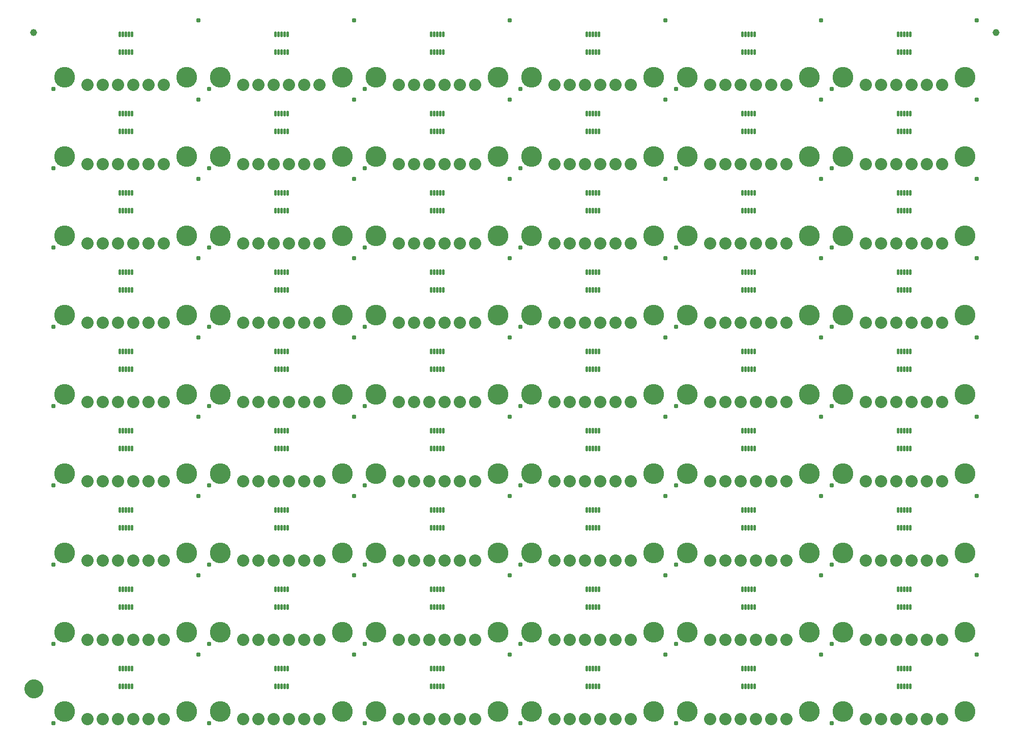
<source format=gbs>
G04 EAGLE Gerber RS-274X export*
G75*
%MOMM*%
%FSLAX34Y34*%
%LPD*%
%INSoldermask Bottom*%
%IPPOS*%
%AMOC8*
5,1,8,0,0,1.08239X$1,22.5*%
G01*
%ADD10C,0.787400*%
%ADD11C,3.454400*%
%ADD12C,2.032000*%
%ADD13C,0.253691*%
%ADD14C,1.152400*%
%ADD15C,1.270000*%
%ADD16C,1.652400*%


D10*
X6350Y6350D03*
D11*
X228600Y25400D03*
X25400Y25400D03*
D10*
X247650Y120650D03*
D12*
X63500Y12700D03*
X88900Y12700D03*
X114300Y12700D03*
X139700Y12700D03*
X165100Y12700D03*
X190500Y12700D03*
D13*
X127919Y64556D02*
X127919Y71044D01*
X127919Y64556D02*
X126081Y64556D01*
X126081Y71044D01*
X127919Y71044D01*
X127919Y66966D02*
X126081Y66966D01*
X126081Y69376D02*
X127919Y69376D01*
X132919Y71044D02*
X132919Y64556D01*
X131081Y64556D01*
X131081Y71044D01*
X132919Y71044D01*
X132919Y66966D02*
X131081Y66966D01*
X131081Y69376D02*
X132919Y69376D01*
X137919Y71044D02*
X137919Y64556D01*
X136081Y64556D01*
X136081Y71044D01*
X137919Y71044D01*
X137919Y66966D02*
X136081Y66966D01*
X136081Y69376D02*
X137919Y69376D01*
X122919Y71044D02*
X122919Y64556D01*
X121081Y64556D01*
X121081Y71044D01*
X122919Y71044D01*
X122919Y66966D02*
X121081Y66966D01*
X121081Y69376D02*
X122919Y69376D01*
X117919Y71044D02*
X117919Y64556D01*
X116081Y64556D01*
X116081Y71044D01*
X117919Y71044D01*
X117919Y66966D02*
X116081Y66966D01*
X116081Y69376D02*
X117919Y69376D01*
X126081Y94056D02*
X126081Y100544D01*
X127919Y100544D01*
X127919Y94056D01*
X126081Y94056D01*
X126081Y96466D02*
X127919Y96466D01*
X127919Y98876D02*
X126081Y98876D01*
X121081Y100544D02*
X121081Y94056D01*
X121081Y100544D02*
X122919Y100544D01*
X122919Y94056D01*
X121081Y94056D01*
X121081Y96466D02*
X122919Y96466D01*
X122919Y98876D02*
X121081Y98876D01*
X116081Y100544D02*
X116081Y94056D01*
X116081Y100544D02*
X117919Y100544D01*
X117919Y94056D01*
X116081Y94056D01*
X116081Y96466D02*
X117919Y96466D01*
X117919Y98876D02*
X116081Y98876D01*
X131081Y100544D02*
X131081Y94056D01*
X131081Y100544D02*
X132919Y100544D01*
X132919Y94056D01*
X131081Y94056D01*
X131081Y96466D02*
X132919Y96466D01*
X132919Y98876D02*
X131081Y98876D01*
X136081Y100544D02*
X136081Y94056D01*
X136081Y100544D02*
X137919Y100544D01*
X137919Y94056D01*
X136081Y94056D01*
X136081Y96466D02*
X137919Y96466D01*
X137919Y98876D02*
X136081Y98876D01*
D10*
X265430Y6350D03*
D11*
X487680Y25400D03*
X284480Y25400D03*
D10*
X506730Y120650D03*
D12*
X322580Y12700D03*
X347980Y12700D03*
X373380Y12700D03*
X398780Y12700D03*
X424180Y12700D03*
X449580Y12700D03*
D13*
X386999Y64556D02*
X386999Y71044D01*
X386999Y64556D02*
X385161Y64556D01*
X385161Y71044D01*
X386999Y71044D01*
X386999Y66966D02*
X385161Y66966D01*
X385161Y69376D02*
X386999Y69376D01*
X391999Y71044D02*
X391999Y64556D01*
X390161Y64556D01*
X390161Y71044D01*
X391999Y71044D01*
X391999Y66966D02*
X390161Y66966D01*
X390161Y69376D02*
X391999Y69376D01*
X396999Y71044D02*
X396999Y64556D01*
X395161Y64556D01*
X395161Y71044D01*
X396999Y71044D01*
X396999Y66966D02*
X395161Y66966D01*
X395161Y69376D02*
X396999Y69376D01*
X381999Y71044D02*
X381999Y64556D01*
X380161Y64556D01*
X380161Y71044D01*
X381999Y71044D01*
X381999Y66966D02*
X380161Y66966D01*
X380161Y69376D02*
X381999Y69376D01*
X376999Y71044D02*
X376999Y64556D01*
X375161Y64556D01*
X375161Y71044D01*
X376999Y71044D01*
X376999Y66966D02*
X375161Y66966D01*
X375161Y69376D02*
X376999Y69376D01*
X385161Y94056D02*
X385161Y100544D01*
X386999Y100544D01*
X386999Y94056D01*
X385161Y94056D01*
X385161Y96466D02*
X386999Y96466D01*
X386999Y98876D02*
X385161Y98876D01*
X380161Y100544D02*
X380161Y94056D01*
X380161Y100544D02*
X381999Y100544D01*
X381999Y94056D01*
X380161Y94056D01*
X380161Y96466D02*
X381999Y96466D01*
X381999Y98876D02*
X380161Y98876D01*
X375161Y100544D02*
X375161Y94056D01*
X375161Y100544D02*
X376999Y100544D01*
X376999Y94056D01*
X375161Y94056D01*
X375161Y96466D02*
X376999Y96466D01*
X376999Y98876D02*
X375161Y98876D01*
X390161Y100544D02*
X390161Y94056D01*
X390161Y100544D02*
X391999Y100544D01*
X391999Y94056D01*
X390161Y94056D01*
X390161Y96466D02*
X391999Y96466D01*
X391999Y98876D02*
X390161Y98876D01*
X395161Y100544D02*
X395161Y94056D01*
X395161Y100544D02*
X396999Y100544D01*
X396999Y94056D01*
X395161Y94056D01*
X395161Y96466D02*
X396999Y96466D01*
X396999Y98876D02*
X395161Y98876D01*
D10*
X524510Y6350D03*
D11*
X746760Y25400D03*
X543560Y25400D03*
D10*
X765810Y120650D03*
D12*
X581660Y12700D03*
X607060Y12700D03*
X632460Y12700D03*
X657860Y12700D03*
X683260Y12700D03*
X708660Y12700D03*
D13*
X646079Y64556D02*
X646079Y71044D01*
X646079Y64556D02*
X644241Y64556D01*
X644241Y71044D01*
X646079Y71044D01*
X646079Y66966D02*
X644241Y66966D01*
X644241Y69376D02*
X646079Y69376D01*
X651079Y71044D02*
X651079Y64556D01*
X649241Y64556D01*
X649241Y71044D01*
X651079Y71044D01*
X651079Y66966D02*
X649241Y66966D01*
X649241Y69376D02*
X651079Y69376D01*
X656079Y71044D02*
X656079Y64556D01*
X654241Y64556D01*
X654241Y71044D01*
X656079Y71044D01*
X656079Y66966D02*
X654241Y66966D01*
X654241Y69376D02*
X656079Y69376D01*
X641079Y71044D02*
X641079Y64556D01*
X639241Y64556D01*
X639241Y71044D01*
X641079Y71044D01*
X641079Y66966D02*
X639241Y66966D01*
X639241Y69376D02*
X641079Y69376D01*
X636079Y71044D02*
X636079Y64556D01*
X634241Y64556D01*
X634241Y71044D01*
X636079Y71044D01*
X636079Y66966D02*
X634241Y66966D01*
X634241Y69376D02*
X636079Y69376D01*
X644241Y94056D02*
X644241Y100544D01*
X646079Y100544D01*
X646079Y94056D01*
X644241Y94056D01*
X644241Y96466D02*
X646079Y96466D01*
X646079Y98876D02*
X644241Y98876D01*
X639241Y100544D02*
X639241Y94056D01*
X639241Y100544D02*
X641079Y100544D01*
X641079Y94056D01*
X639241Y94056D01*
X639241Y96466D02*
X641079Y96466D01*
X641079Y98876D02*
X639241Y98876D01*
X634241Y100544D02*
X634241Y94056D01*
X634241Y100544D02*
X636079Y100544D01*
X636079Y94056D01*
X634241Y94056D01*
X634241Y96466D02*
X636079Y96466D01*
X636079Y98876D02*
X634241Y98876D01*
X649241Y100544D02*
X649241Y94056D01*
X649241Y100544D02*
X651079Y100544D01*
X651079Y94056D01*
X649241Y94056D01*
X649241Y96466D02*
X651079Y96466D01*
X651079Y98876D02*
X649241Y98876D01*
X654241Y100544D02*
X654241Y94056D01*
X654241Y100544D02*
X656079Y100544D01*
X656079Y94056D01*
X654241Y94056D01*
X654241Y96466D02*
X656079Y96466D01*
X656079Y98876D02*
X654241Y98876D01*
D10*
X783590Y6350D03*
D11*
X1005840Y25400D03*
X802640Y25400D03*
D10*
X1024890Y120650D03*
D12*
X840740Y12700D03*
X866140Y12700D03*
X891540Y12700D03*
X916940Y12700D03*
X942340Y12700D03*
X967740Y12700D03*
D13*
X905159Y64556D02*
X905159Y71044D01*
X905159Y64556D02*
X903321Y64556D01*
X903321Y71044D01*
X905159Y71044D01*
X905159Y66966D02*
X903321Y66966D01*
X903321Y69376D02*
X905159Y69376D01*
X910159Y71044D02*
X910159Y64556D01*
X908321Y64556D01*
X908321Y71044D01*
X910159Y71044D01*
X910159Y66966D02*
X908321Y66966D01*
X908321Y69376D02*
X910159Y69376D01*
X915159Y71044D02*
X915159Y64556D01*
X913321Y64556D01*
X913321Y71044D01*
X915159Y71044D01*
X915159Y66966D02*
X913321Y66966D01*
X913321Y69376D02*
X915159Y69376D01*
X900159Y71044D02*
X900159Y64556D01*
X898321Y64556D01*
X898321Y71044D01*
X900159Y71044D01*
X900159Y66966D02*
X898321Y66966D01*
X898321Y69376D02*
X900159Y69376D01*
X895159Y71044D02*
X895159Y64556D01*
X893321Y64556D01*
X893321Y71044D01*
X895159Y71044D01*
X895159Y66966D02*
X893321Y66966D01*
X893321Y69376D02*
X895159Y69376D01*
X903321Y94056D02*
X903321Y100544D01*
X905159Y100544D01*
X905159Y94056D01*
X903321Y94056D01*
X903321Y96466D02*
X905159Y96466D01*
X905159Y98876D02*
X903321Y98876D01*
X898321Y100544D02*
X898321Y94056D01*
X898321Y100544D02*
X900159Y100544D01*
X900159Y94056D01*
X898321Y94056D01*
X898321Y96466D02*
X900159Y96466D01*
X900159Y98876D02*
X898321Y98876D01*
X893321Y100544D02*
X893321Y94056D01*
X893321Y100544D02*
X895159Y100544D01*
X895159Y94056D01*
X893321Y94056D01*
X893321Y96466D02*
X895159Y96466D01*
X895159Y98876D02*
X893321Y98876D01*
X908321Y100544D02*
X908321Y94056D01*
X908321Y100544D02*
X910159Y100544D01*
X910159Y94056D01*
X908321Y94056D01*
X908321Y96466D02*
X910159Y96466D01*
X910159Y98876D02*
X908321Y98876D01*
X913321Y100544D02*
X913321Y94056D01*
X913321Y100544D02*
X915159Y100544D01*
X915159Y94056D01*
X913321Y94056D01*
X913321Y96466D02*
X915159Y96466D01*
X915159Y98876D02*
X913321Y98876D01*
D10*
X1042670Y6350D03*
D11*
X1264920Y25400D03*
X1061720Y25400D03*
D10*
X1283970Y120650D03*
D12*
X1099820Y12700D03*
X1125220Y12700D03*
X1150620Y12700D03*
X1176020Y12700D03*
X1201420Y12700D03*
X1226820Y12700D03*
D13*
X1164239Y64556D02*
X1164239Y71044D01*
X1164239Y64556D02*
X1162401Y64556D01*
X1162401Y71044D01*
X1164239Y71044D01*
X1164239Y66966D02*
X1162401Y66966D01*
X1162401Y69376D02*
X1164239Y69376D01*
X1169239Y71044D02*
X1169239Y64556D01*
X1167401Y64556D01*
X1167401Y71044D01*
X1169239Y71044D01*
X1169239Y66966D02*
X1167401Y66966D01*
X1167401Y69376D02*
X1169239Y69376D01*
X1174239Y71044D02*
X1174239Y64556D01*
X1172401Y64556D01*
X1172401Y71044D01*
X1174239Y71044D01*
X1174239Y66966D02*
X1172401Y66966D01*
X1172401Y69376D02*
X1174239Y69376D01*
X1159239Y71044D02*
X1159239Y64556D01*
X1157401Y64556D01*
X1157401Y71044D01*
X1159239Y71044D01*
X1159239Y66966D02*
X1157401Y66966D01*
X1157401Y69376D02*
X1159239Y69376D01*
X1154239Y71044D02*
X1154239Y64556D01*
X1152401Y64556D01*
X1152401Y71044D01*
X1154239Y71044D01*
X1154239Y66966D02*
X1152401Y66966D01*
X1152401Y69376D02*
X1154239Y69376D01*
X1162401Y94056D02*
X1162401Y100544D01*
X1164239Y100544D01*
X1164239Y94056D01*
X1162401Y94056D01*
X1162401Y96466D02*
X1164239Y96466D01*
X1164239Y98876D02*
X1162401Y98876D01*
X1157401Y100544D02*
X1157401Y94056D01*
X1157401Y100544D02*
X1159239Y100544D01*
X1159239Y94056D01*
X1157401Y94056D01*
X1157401Y96466D02*
X1159239Y96466D01*
X1159239Y98876D02*
X1157401Y98876D01*
X1152401Y100544D02*
X1152401Y94056D01*
X1152401Y100544D02*
X1154239Y100544D01*
X1154239Y94056D01*
X1152401Y94056D01*
X1152401Y96466D02*
X1154239Y96466D01*
X1154239Y98876D02*
X1152401Y98876D01*
X1167401Y100544D02*
X1167401Y94056D01*
X1167401Y100544D02*
X1169239Y100544D01*
X1169239Y94056D01*
X1167401Y94056D01*
X1167401Y96466D02*
X1169239Y96466D01*
X1169239Y98876D02*
X1167401Y98876D01*
X1172401Y100544D02*
X1172401Y94056D01*
X1172401Y100544D02*
X1174239Y100544D01*
X1174239Y94056D01*
X1172401Y94056D01*
X1172401Y96466D02*
X1174239Y96466D01*
X1174239Y98876D02*
X1172401Y98876D01*
D10*
X1301750Y6350D03*
D11*
X1524000Y25400D03*
X1320800Y25400D03*
D10*
X1543050Y120650D03*
D12*
X1358900Y12700D03*
X1384300Y12700D03*
X1409700Y12700D03*
X1435100Y12700D03*
X1460500Y12700D03*
X1485900Y12700D03*
D13*
X1423319Y64556D02*
X1423319Y71044D01*
X1423319Y64556D02*
X1421481Y64556D01*
X1421481Y71044D01*
X1423319Y71044D01*
X1423319Y66966D02*
X1421481Y66966D01*
X1421481Y69376D02*
X1423319Y69376D01*
X1428319Y71044D02*
X1428319Y64556D01*
X1426481Y64556D01*
X1426481Y71044D01*
X1428319Y71044D01*
X1428319Y66966D02*
X1426481Y66966D01*
X1426481Y69376D02*
X1428319Y69376D01*
X1433319Y71044D02*
X1433319Y64556D01*
X1431481Y64556D01*
X1431481Y71044D01*
X1433319Y71044D01*
X1433319Y66966D02*
X1431481Y66966D01*
X1431481Y69376D02*
X1433319Y69376D01*
X1418319Y71044D02*
X1418319Y64556D01*
X1416481Y64556D01*
X1416481Y71044D01*
X1418319Y71044D01*
X1418319Y66966D02*
X1416481Y66966D01*
X1416481Y69376D02*
X1418319Y69376D01*
X1413319Y71044D02*
X1413319Y64556D01*
X1411481Y64556D01*
X1411481Y71044D01*
X1413319Y71044D01*
X1413319Y66966D02*
X1411481Y66966D01*
X1411481Y69376D02*
X1413319Y69376D01*
X1421481Y94056D02*
X1421481Y100544D01*
X1423319Y100544D01*
X1423319Y94056D01*
X1421481Y94056D01*
X1421481Y96466D02*
X1423319Y96466D01*
X1423319Y98876D02*
X1421481Y98876D01*
X1416481Y100544D02*
X1416481Y94056D01*
X1416481Y100544D02*
X1418319Y100544D01*
X1418319Y94056D01*
X1416481Y94056D01*
X1416481Y96466D02*
X1418319Y96466D01*
X1418319Y98876D02*
X1416481Y98876D01*
X1411481Y100544D02*
X1411481Y94056D01*
X1411481Y100544D02*
X1413319Y100544D01*
X1413319Y94056D01*
X1411481Y94056D01*
X1411481Y96466D02*
X1413319Y96466D01*
X1413319Y98876D02*
X1411481Y98876D01*
X1426481Y100544D02*
X1426481Y94056D01*
X1426481Y100544D02*
X1428319Y100544D01*
X1428319Y94056D01*
X1426481Y94056D01*
X1426481Y96466D02*
X1428319Y96466D01*
X1428319Y98876D02*
X1426481Y98876D01*
X1431481Y100544D02*
X1431481Y94056D01*
X1431481Y100544D02*
X1433319Y100544D01*
X1433319Y94056D01*
X1431481Y94056D01*
X1431481Y96466D02*
X1433319Y96466D01*
X1433319Y98876D02*
X1431481Y98876D01*
D10*
X6350Y138430D03*
D11*
X228600Y157480D03*
X25400Y157480D03*
D10*
X247650Y252730D03*
D12*
X63500Y144780D03*
X88900Y144780D03*
X114300Y144780D03*
X139700Y144780D03*
X165100Y144780D03*
X190500Y144780D03*
D13*
X127919Y196636D02*
X127919Y203124D01*
X127919Y196636D02*
X126081Y196636D01*
X126081Y203124D01*
X127919Y203124D01*
X127919Y199046D02*
X126081Y199046D01*
X126081Y201456D02*
X127919Y201456D01*
X132919Y203124D02*
X132919Y196636D01*
X131081Y196636D01*
X131081Y203124D01*
X132919Y203124D01*
X132919Y199046D02*
X131081Y199046D01*
X131081Y201456D02*
X132919Y201456D01*
X137919Y203124D02*
X137919Y196636D01*
X136081Y196636D01*
X136081Y203124D01*
X137919Y203124D01*
X137919Y199046D02*
X136081Y199046D01*
X136081Y201456D02*
X137919Y201456D01*
X122919Y203124D02*
X122919Y196636D01*
X121081Y196636D01*
X121081Y203124D01*
X122919Y203124D01*
X122919Y199046D02*
X121081Y199046D01*
X121081Y201456D02*
X122919Y201456D01*
X117919Y203124D02*
X117919Y196636D01*
X116081Y196636D01*
X116081Y203124D01*
X117919Y203124D01*
X117919Y199046D02*
X116081Y199046D01*
X116081Y201456D02*
X117919Y201456D01*
X126081Y226136D02*
X126081Y232624D01*
X127919Y232624D01*
X127919Y226136D01*
X126081Y226136D01*
X126081Y228546D02*
X127919Y228546D01*
X127919Y230956D02*
X126081Y230956D01*
X121081Y232624D02*
X121081Y226136D01*
X121081Y232624D02*
X122919Y232624D01*
X122919Y226136D01*
X121081Y226136D01*
X121081Y228546D02*
X122919Y228546D01*
X122919Y230956D02*
X121081Y230956D01*
X116081Y232624D02*
X116081Y226136D01*
X116081Y232624D02*
X117919Y232624D01*
X117919Y226136D01*
X116081Y226136D01*
X116081Y228546D02*
X117919Y228546D01*
X117919Y230956D02*
X116081Y230956D01*
X131081Y232624D02*
X131081Y226136D01*
X131081Y232624D02*
X132919Y232624D01*
X132919Y226136D01*
X131081Y226136D01*
X131081Y228546D02*
X132919Y228546D01*
X132919Y230956D02*
X131081Y230956D01*
X136081Y232624D02*
X136081Y226136D01*
X136081Y232624D02*
X137919Y232624D01*
X137919Y226136D01*
X136081Y226136D01*
X136081Y228546D02*
X137919Y228546D01*
X137919Y230956D02*
X136081Y230956D01*
D10*
X265430Y138430D03*
D11*
X487680Y157480D03*
X284480Y157480D03*
D10*
X506730Y252730D03*
D12*
X322580Y144780D03*
X347980Y144780D03*
X373380Y144780D03*
X398780Y144780D03*
X424180Y144780D03*
X449580Y144780D03*
D13*
X386999Y196636D02*
X386999Y203124D01*
X386999Y196636D02*
X385161Y196636D01*
X385161Y203124D01*
X386999Y203124D01*
X386999Y199046D02*
X385161Y199046D01*
X385161Y201456D02*
X386999Y201456D01*
X391999Y203124D02*
X391999Y196636D01*
X390161Y196636D01*
X390161Y203124D01*
X391999Y203124D01*
X391999Y199046D02*
X390161Y199046D01*
X390161Y201456D02*
X391999Y201456D01*
X396999Y203124D02*
X396999Y196636D01*
X395161Y196636D01*
X395161Y203124D01*
X396999Y203124D01*
X396999Y199046D02*
X395161Y199046D01*
X395161Y201456D02*
X396999Y201456D01*
X381999Y203124D02*
X381999Y196636D01*
X380161Y196636D01*
X380161Y203124D01*
X381999Y203124D01*
X381999Y199046D02*
X380161Y199046D01*
X380161Y201456D02*
X381999Y201456D01*
X376999Y203124D02*
X376999Y196636D01*
X375161Y196636D01*
X375161Y203124D01*
X376999Y203124D01*
X376999Y199046D02*
X375161Y199046D01*
X375161Y201456D02*
X376999Y201456D01*
X385161Y226136D02*
X385161Y232624D01*
X386999Y232624D01*
X386999Y226136D01*
X385161Y226136D01*
X385161Y228546D02*
X386999Y228546D01*
X386999Y230956D02*
X385161Y230956D01*
X380161Y232624D02*
X380161Y226136D01*
X380161Y232624D02*
X381999Y232624D01*
X381999Y226136D01*
X380161Y226136D01*
X380161Y228546D02*
X381999Y228546D01*
X381999Y230956D02*
X380161Y230956D01*
X375161Y232624D02*
X375161Y226136D01*
X375161Y232624D02*
X376999Y232624D01*
X376999Y226136D01*
X375161Y226136D01*
X375161Y228546D02*
X376999Y228546D01*
X376999Y230956D02*
X375161Y230956D01*
X390161Y232624D02*
X390161Y226136D01*
X390161Y232624D02*
X391999Y232624D01*
X391999Y226136D01*
X390161Y226136D01*
X390161Y228546D02*
X391999Y228546D01*
X391999Y230956D02*
X390161Y230956D01*
X395161Y232624D02*
X395161Y226136D01*
X395161Y232624D02*
X396999Y232624D01*
X396999Y226136D01*
X395161Y226136D01*
X395161Y228546D02*
X396999Y228546D01*
X396999Y230956D02*
X395161Y230956D01*
D10*
X524510Y138430D03*
D11*
X746760Y157480D03*
X543560Y157480D03*
D10*
X765810Y252730D03*
D12*
X581660Y144780D03*
X607060Y144780D03*
X632460Y144780D03*
X657860Y144780D03*
X683260Y144780D03*
X708660Y144780D03*
D13*
X646079Y196636D02*
X646079Y203124D01*
X646079Y196636D02*
X644241Y196636D01*
X644241Y203124D01*
X646079Y203124D01*
X646079Y199046D02*
X644241Y199046D01*
X644241Y201456D02*
X646079Y201456D01*
X651079Y203124D02*
X651079Y196636D01*
X649241Y196636D01*
X649241Y203124D01*
X651079Y203124D01*
X651079Y199046D02*
X649241Y199046D01*
X649241Y201456D02*
X651079Y201456D01*
X656079Y203124D02*
X656079Y196636D01*
X654241Y196636D01*
X654241Y203124D01*
X656079Y203124D01*
X656079Y199046D02*
X654241Y199046D01*
X654241Y201456D02*
X656079Y201456D01*
X641079Y203124D02*
X641079Y196636D01*
X639241Y196636D01*
X639241Y203124D01*
X641079Y203124D01*
X641079Y199046D02*
X639241Y199046D01*
X639241Y201456D02*
X641079Y201456D01*
X636079Y203124D02*
X636079Y196636D01*
X634241Y196636D01*
X634241Y203124D01*
X636079Y203124D01*
X636079Y199046D02*
X634241Y199046D01*
X634241Y201456D02*
X636079Y201456D01*
X644241Y226136D02*
X644241Y232624D01*
X646079Y232624D01*
X646079Y226136D01*
X644241Y226136D01*
X644241Y228546D02*
X646079Y228546D01*
X646079Y230956D02*
X644241Y230956D01*
X639241Y232624D02*
X639241Y226136D01*
X639241Y232624D02*
X641079Y232624D01*
X641079Y226136D01*
X639241Y226136D01*
X639241Y228546D02*
X641079Y228546D01*
X641079Y230956D02*
X639241Y230956D01*
X634241Y232624D02*
X634241Y226136D01*
X634241Y232624D02*
X636079Y232624D01*
X636079Y226136D01*
X634241Y226136D01*
X634241Y228546D02*
X636079Y228546D01*
X636079Y230956D02*
X634241Y230956D01*
X649241Y232624D02*
X649241Y226136D01*
X649241Y232624D02*
X651079Y232624D01*
X651079Y226136D01*
X649241Y226136D01*
X649241Y228546D02*
X651079Y228546D01*
X651079Y230956D02*
X649241Y230956D01*
X654241Y232624D02*
X654241Y226136D01*
X654241Y232624D02*
X656079Y232624D01*
X656079Y226136D01*
X654241Y226136D01*
X654241Y228546D02*
X656079Y228546D01*
X656079Y230956D02*
X654241Y230956D01*
D10*
X783590Y138430D03*
D11*
X1005840Y157480D03*
X802640Y157480D03*
D10*
X1024890Y252730D03*
D12*
X840740Y144780D03*
X866140Y144780D03*
X891540Y144780D03*
X916940Y144780D03*
X942340Y144780D03*
X967740Y144780D03*
D13*
X905159Y196636D02*
X905159Y203124D01*
X905159Y196636D02*
X903321Y196636D01*
X903321Y203124D01*
X905159Y203124D01*
X905159Y199046D02*
X903321Y199046D01*
X903321Y201456D02*
X905159Y201456D01*
X910159Y203124D02*
X910159Y196636D01*
X908321Y196636D01*
X908321Y203124D01*
X910159Y203124D01*
X910159Y199046D02*
X908321Y199046D01*
X908321Y201456D02*
X910159Y201456D01*
X915159Y203124D02*
X915159Y196636D01*
X913321Y196636D01*
X913321Y203124D01*
X915159Y203124D01*
X915159Y199046D02*
X913321Y199046D01*
X913321Y201456D02*
X915159Y201456D01*
X900159Y203124D02*
X900159Y196636D01*
X898321Y196636D01*
X898321Y203124D01*
X900159Y203124D01*
X900159Y199046D02*
X898321Y199046D01*
X898321Y201456D02*
X900159Y201456D01*
X895159Y203124D02*
X895159Y196636D01*
X893321Y196636D01*
X893321Y203124D01*
X895159Y203124D01*
X895159Y199046D02*
X893321Y199046D01*
X893321Y201456D02*
X895159Y201456D01*
X903321Y226136D02*
X903321Y232624D01*
X905159Y232624D01*
X905159Y226136D01*
X903321Y226136D01*
X903321Y228546D02*
X905159Y228546D01*
X905159Y230956D02*
X903321Y230956D01*
X898321Y232624D02*
X898321Y226136D01*
X898321Y232624D02*
X900159Y232624D01*
X900159Y226136D01*
X898321Y226136D01*
X898321Y228546D02*
X900159Y228546D01*
X900159Y230956D02*
X898321Y230956D01*
X893321Y232624D02*
X893321Y226136D01*
X893321Y232624D02*
X895159Y232624D01*
X895159Y226136D01*
X893321Y226136D01*
X893321Y228546D02*
X895159Y228546D01*
X895159Y230956D02*
X893321Y230956D01*
X908321Y232624D02*
X908321Y226136D01*
X908321Y232624D02*
X910159Y232624D01*
X910159Y226136D01*
X908321Y226136D01*
X908321Y228546D02*
X910159Y228546D01*
X910159Y230956D02*
X908321Y230956D01*
X913321Y232624D02*
X913321Y226136D01*
X913321Y232624D02*
X915159Y232624D01*
X915159Y226136D01*
X913321Y226136D01*
X913321Y228546D02*
X915159Y228546D01*
X915159Y230956D02*
X913321Y230956D01*
D10*
X1042670Y138430D03*
D11*
X1264920Y157480D03*
X1061720Y157480D03*
D10*
X1283970Y252730D03*
D12*
X1099820Y144780D03*
X1125220Y144780D03*
X1150620Y144780D03*
X1176020Y144780D03*
X1201420Y144780D03*
X1226820Y144780D03*
D13*
X1164239Y196636D02*
X1164239Y203124D01*
X1164239Y196636D02*
X1162401Y196636D01*
X1162401Y203124D01*
X1164239Y203124D01*
X1164239Y199046D02*
X1162401Y199046D01*
X1162401Y201456D02*
X1164239Y201456D01*
X1169239Y203124D02*
X1169239Y196636D01*
X1167401Y196636D01*
X1167401Y203124D01*
X1169239Y203124D01*
X1169239Y199046D02*
X1167401Y199046D01*
X1167401Y201456D02*
X1169239Y201456D01*
X1174239Y203124D02*
X1174239Y196636D01*
X1172401Y196636D01*
X1172401Y203124D01*
X1174239Y203124D01*
X1174239Y199046D02*
X1172401Y199046D01*
X1172401Y201456D02*
X1174239Y201456D01*
X1159239Y203124D02*
X1159239Y196636D01*
X1157401Y196636D01*
X1157401Y203124D01*
X1159239Y203124D01*
X1159239Y199046D02*
X1157401Y199046D01*
X1157401Y201456D02*
X1159239Y201456D01*
X1154239Y203124D02*
X1154239Y196636D01*
X1152401Y196636D01*
X1152401Y203124D01*
X1154239Y203124D01*
X1154239Y199046D02*
X1152401Y199046D01*
X1152401Y201456D02*
X1154239Y201456D01*
X1162401Y226136D02*
X1162401Y232624D01*
X1164239Y232624D01*
X1164239Y226136D01*
X1162401Y226136D01*
X1162401Y228546D02*
X1164239Y228546D01*
X1164239Y230956D02*
X1162401Y230956D01*
X1157401Y232624D02*
X1157401Y226136D01*
X1157401Y232624D02*
X1159239Y232624D01*
X1159239Y226136D01*
X1157401Y226136D01*
X1157401Y228546D02*
X1159239Y228546D01*
X1159239Y230956D02*
X1157401Y230956D01*
X1152401Y232624D02*
X1152401Y226136D01*
X1152401Y232624D02*
X1154239Y232624D01*
X1154239Y226136D01*
X1152401Y226136D01*
X1152401Y228546D02*
X1154239Y228546D01*
X1154239Y230956D02*
X1152401Y230956D01*
X1167401Y232624D02*
X1167401Y226136D01*
X1167401Y232624D02*
X1169239Y232624D01*
X1169239Y226136D01*
X1167401Y226136D01*
X1167401Y228546D02*
X1169239Y228546D01*
X1169239Y230956D02*
X1167401Y230956D01*
X1172401Y232624D02*
X1172401Y226136D01*
X1172401Y232624D02*
X1174239Y232624D01*
X1174239Y226136D01*
X1172401Y226136D01*
X1172401Y228546D02*
X1174239Y228546D01*
X1174239Y230956D02*
X1172401Y230956D01*
D10*
X1301750Y138430D03*
D11*
X1524000Y157480D03*
X1320800Y157480D03*
D10*
X1543050Y252730D03*
D12*
X1358900Y144780D03*
X1384300Y144780D03*
X1409700Y144780D03*
X1435100Y144780D03*
X1460500Y144780D03*
X1485900Y144780D03*
D13*
X1423319Y196636D02*
X1423319Y203124D01*
X1423319Y196636D02*
X1421481Y196636D01*
X1421481Y203124D01*
X1423319Y203124D01*
X1423319Y199046D02*
X1421481Y199046D01*
X1421481Y201456D02*
X1423319Y201456D01*
X1428319Y203124D02*
X1428319Y196636D01*
X1426481Y196636D01*
X1426481Y203124D01*
X1428319Y203124D01*
X1428319Y199046D02*
X1426481Y199046D01*
X1426481Y201456D02*
X1428319Y201456D01*
X1433319Y203124D02*
X1433319Y196636D01*
X1431481Y196636D01*
X1431481Y203124D01*
X1433319Y203124D01*
X1433319Y199046D02*
X1431481Y199046D01*
X1431481Y201456D02*
X1433319Y201456D01*
X1418319Y203124D02*
X1418319Y196636D01*
X1416481Y196636D01*
X1416481Y203124D01*
X1418319Y203124D01*
X1418319Y199046D02*
X1416481Y199046D01*
X1416481Y201456D02*
X1418319Y201456D01*
X1413319Y203124D02*
X1413319Y196636D01*
X1411481Y196636D01*
X1411481Y203124D01*
X1413319Y203124D01*
X1413319Y199046D02*
X1411481Y199046D01*
X1411481Y201456D02*
X1413319Y201456D01*
X1421481Y226136D02*
X1421481Y232624D01*
X1423319Y232624D01*
X1423319Y226136D01*
X1421481Y226136D01*
X1421481Y228546D02*
X1423319Y228546D01*
X1423319Y230956D02*
X1421481Y230956D01*
X1416481Y232624D02*
X1416481Y226136D01*
X1416481Y232624D02*
X1418319Y232624D01*
X1418319Y226136D01*
X1416481Y226136D01*
X1416481Y228546D02*
X1418319Y228546D01*
X1418319Y230956D02*
X1416481Y230956D01*
X1411481Y232624D02*
X1411481Y226136D01*
X1411481Y232624D02*
X1413319Y232624D01*
X1413319Y226136D01*
X1411481Y226136D01*
X1411481Y228546D02*
X1413319Y228546D01*
X1413319Y230956D02*
X1411481Y230956D01*
X1426481Y232624D02*
X1426481Y226136D01*
X1426481Y232624D02*
X1428319Y232624D01*
X1428319Y226136D01*
X1426481Y226136D01*
X1426481Y228546D02*
X1428319Y228546D01*
X1428319Y230956D02*
X1426481Y230956D01*
X1431481Y232624D02*
X1431481Y226136D01*
X1431481Y232624D02*
X1433319Y232624D01*
X1433319Y226136D01*
X1431481Y226136D01*
X1431481Y228546D02*
X1433319Y228546D01*
X1433319Y230956D02*
X1431481Y230956D01*
D10*
X6350Y270510D03*
D11*
X228600Y289560D03*
X25400Y289560D03*
D10*
X247650Y384810D03*
D12*
X63500Y276860D03*
X88900Y276860D03*
X114300Y276860D03*
X139700Y276860D03*
X165100Y276860D03*
X190500Y276860D03*
D13*
X127919Y328716D02*
X127919Y335204D01*
X127919Y328716D02*
X126081Y328716D01*
X126081Y335204D01*
X127919Y335204D01*
X127919Y331126D02*
X126081Y331126D01*
X126081Y333536D02*
X127919Y333536D01*
X132919Y335204D02*
X132919Y328716D01*
X131081Y328716D01*
X131081Y335204D01*
X132919Y335204D01*
X132919Y331126D02*
X131081Y331126D01*
X131081Y333536D02*
X132919Y333536D01*
X137919Y335204D02*
X137919Y328716D01*
X136081Y328716D01*
X136081Y335204D01*
X137919Y335204D01*
X137919Y331126D02*
X136081Y331126D01*
X136081Y333536D02*
X137919Y333536D01*
X122919Y335204D02*
X122919Y328716D01*
X121081Y328716D01*
X121081Y335204D01*
X122919Y335204D01*
X122919Y331126D02*
X121081Y331126D01*
X121081Y333536D02*
X122919Y333536D01*
X117919Y335204D02*
X117919Y328716D01*
X116081Y328716D01*
X116081Y335204D01*
X117919Y335204D01*
X117919Y331126D02*
X116081Y331126D01*
X116081Y333536D02*
X117919Y333536D01*
X126081Y358216D02*
X126081Y364704D01*
X127919Y364704D01*
X127919Y358216D01*
X126081Y358216D01*
X126081Y360626D02*
X127919Y360626D01*
X127919Y363036D02*
X126081Y363036D01*
X121081Y364704D02*
X121081Y358216D01*
X121081Y364704D02*
X122919Y364704D01*
X122919Y358216D01*
X121081Y358216D01*
X121081Y360626D02*
X122919Y360626D01*
X122919Y363036D02*
X121081Y363036D01*
X116081Y364704D02*
X116081Y358216D01*
X116081Y364704D02*
X117919Y364704D01*
X117919Y358216D01*
X116081Y358216D01*
X116081Y360626D02*
X117919Y360626D01*
X117919Y363036D02*
X116081Y363036D01*
X131081Y364704D02*
X131081Y358216D01*
X131081Y364704D02*
X132919Y364704D01*
X132919Y358216D01*
X131081Y358216D01*
X131081Y360626D02*
X132919Y360626D01*
X132919Y363036D02*
X131081Y363036D01*
X136081Y364704D02*
X136081Y358216D01*
X136081Y364704D02*
X137919Y364704D01*
X137919Y358216D01*
X136081Y358216D01*
X136081Y360626D02*
X137919Y360626D01*
X137919Y363036D02*
X136081Y363036D01*
D10*
X265430Y270510D03*
D11*
X487680Y289560D03*
X284480Y289560D03*
D10*
X506730Y384810D03*
D12*
X322580Y276860D03*
X347980Y276860D03*
X373380Y276860D03*
X398780Y276860D03*
X424180Y276860D03*
X449580Y276860D03*
D13*
X386999Y328716D02*
X386999Y335204D01*
X386999Y328716D02*
X385161Y328716D01*
X385161Y335204D01*
X386999Y335204D01*
X386999Y331126D02*
X385161Y331126D01*
X385161Y333536D02*
X386999Y333536D01*
X391999Y335204D02*
X391999Y328716D01*
X390161Y328716D01*
X390161Y335204D01*
X391999Y335204D01*
X391999Y331126D02*
X390161Y331126D01*
X390161Y333536D02*
X391999Y333536D01*
X396999Y335204D02*
X396999Y328716D01*
X395161Y328716D01*
X395161Y335204D01*
X396999Y335204D01*
X396999Y331126D02*
X395161Y331126D01*
X395161Y333536D02*
X396999Y333536D01*
X381999Y335204D02*
X381999Y328716D01*
X380161Y328716D01*
X380161Y335204D01*
X381999Y335204D01*
X381999Y331126D02*
X380161Y331126D01*
X380161Y333536D02*
X381999Y333536D01*
X376999Y335204D02*
X376999Y328716D01*
X375161Y328716D01*
X375161Y335204D01*
X376999Y335204D01*
X376999Y331126D02*
X375161Y331126D01*
X375161Y333536D02*
X376999Y333536D01*
X385161Y358216D02*
X385161Y364704D01*
X386999Y364704D01*
X386999Y358216D01*
X385161Y358216D01*
X385161Y360626D02*
X386999Y360626D01*
X386999Y363036D02*
X385161Y363036D01*
X380161Y364704D02*
X380161Y358216D01*
X380161Y364704D02*
X381999Y364704D01*
X381999Y358216D01*
X380161Y358216D01*
X380161Y360626D02*
X381999Y360626D01*
X381999Y363036D02*
X380161Y363036D01*
X375161Y364704D02*
X375161Y358216D01*
X375161Y364704D02*
X376999Y364704D01*
X376999Y358216D01*
X375161Y358216D01*
X375161Y360626D02*
X376999Y360626D01*
X376999Y363036D02*
X375161Y363036D01*
X390161Y364704D02*
X390161Y358216D01*
X390161Y364704D02*
X391999Y364704D01*
X391999Y358216D01*
X390161Y358216D01*
X390161Y360626D02*
X391999Y360626D01*
X391999Y363036D02*
X390161Y363036D01*
X395161Y364704D02*
X395161Y358216D01*
X395161Y364704D02*
X396999Y364704D01*
X396999Y358216D01*
X395161Y358216D01*
X395161Y360626D02*
X396999Y360626D01*
X396999Y363036D02*
X395161Y363036D01*
D10*
X524510Y270510D03*
D11*
X746760Y289560D03*
X543560Y289560D03*
D10*
X765810Y384810D03*
D12*
X581660Y276860D03*
X607060Y276860D03*
X632460Y276860D03*
X657860Y276860D03*
X683260Y276860D03*
X708660Y276860D03*
D13*
X646079Y328716D02*
X646079Y335204D01*
X646079Y328716D02*
X644241Y328716D01*
X644241Y335204D01*
X646079Y335204D01*
X646079Y331126D02*
X644241Y331126D01*
X644241Y333536D02*
X646079Y333536D01*
X651079Y335204D02*
X651079Y328716D01*
X649241Y328716D01*
X649241Y335204D01*
X651079Y335204D01*
X651079Y331126D02*
X649241Y331126D01*
X649241Y333536D02*
X651079Y333536D01*
X656079Y335204D02*
X656079Y328716D01*
X654241Y328716D01*
X654241Y335204D01*
X656079Y335204D01*
X656079Y331126D02*
X654241Y331126D01*
X654241Y333536D02*
X656079Y333536D01*
X641079Y335204D02*
X641079Y328716D01*
X639241Y328716D01*
X639241Y335204D01*
X641079Y335204D01*
X641079Y331126D02*
X639241Y331126D01*
X639241Y333536D02*
X641079Y333536D01*
X636079Y335204D02*
X636079Y328716D01*
X634241Y328716D01*
X634241Y335204D01*
X636079Y335204D01*
X636079Y331126D02*
X634241Y331126D01*
X634241Y333536D02*
X636079Y333536D01*
X644241Y358216D02*
X644241Y364704D01*
X646079Y364704D01*
X646079Y358216D01*
X644241Y358216D01*
X644241Y360626D02*
X646079Y360626D01*
X646079Y363036D02*
X644241Y363036D01*
X639241Y364704D02*
X639241Y358216D01*
X639241Y364704D02*
X641079Y364704D01*
X641079Y358216D01*
X639241Y358216D01*
X639241Y360626D02*
X641079Y360626D01*
X641079Y363036D02*
X639241Y363036D01*
X634241Y364704D02*
X634241Y358216D01*
X634241Y364704D02*
X636079Y364704D01*
X636079Y358216D01*
X634241Y358216D01*
X634241Y360626D02*
X636079Y360626D01*
X636079Y363036D02*
X634241Y363036D01*
X649241Y364704D02*
X649241Y358216D01*
X649241Y364704D02*
X651079Y364704D01*
X651079Y358216D01*
X649241Y358216D01*
X649241Y360626D02*
X651079Y360626D01*
X651079Y363036D02*
X649241Y363036D01*
X654241Y364704D02*
X654241Y358216D01*
X654241Y364704D02*
X656079Y364704D01*
X656079Y358216D01*
X654241Y358216D01*
X654241Y360626D02*
X656079Y360626D01*
X656079Y363036D02*
X654241Y363036D01*
D10*
X783590Y270510D03*
D11*
X1005840Y289560D03*
X802640Y289560D03*
D10*
X1024890Y384810D03*
D12*
X840740Y276860D03*
X866140Y276860D03*
X891540Y276860D03*
X916940Y276860D03*
X942340Y276860D03*
X967740Y276860D03*
D13*
X905159Y328716D02*
X905159Y335204D01*
X905159Y328716D02*
X903321Y328716D01*
X903321Y335204D01*
X905159Y335204D01*
X905159Y331126D02*
X903321Y331126D01*
X903321Y333536D02*
X905159Y333536D01*
X910159Y335204D02*
X910159Y328716D01*
X908321Y328716D01*
X908321Y335204D01*
X910159Y335204D01*
X910159Y331126D02*
X908321Y331126D01*
X908321Y333536D02*
X910159Y333536D01*
X915159Y335204D02*
X915159Y328716D01*
X913321Y328716D01*
X913321Y335204D01*
X915159Y335204D01*
X915159Y331126D02*
X913321Y331126D01*
X913321Y333536D02*
X915159Y333536D01*
X900159Y335204D02*
X900159Y328716D01*
X898321Y328716D01*
X898321Y335204D01*
X900159Y335204D01*
X900159Y331126D02*
X898321Y331126D01*
X898321Y333536D02*
X900159Y333536D01*
X895159Y335204D02*
X895159Y328716D01*
X893321Y328716D01*
X893321Y335204D01*
X895159Y335204D01*
X895159Y331126D02*
X893321Y331126D01*
X893321Y333536D02*
X895159Y333536D01*
X903321Y358216D02*
X903321Y364704D01*
X905159Y364704D01*
X905159Y358216D01*
X903321Y358216D01*
X903321Y360626D02*
X905159Y360626D01*
X905159Y363036D02*
X903321Y363036D01*
X898321Y364704D02*
X898321Y358216D01*
X898321Y364704D02*
X900159Y364704D01*
X900159Y358216D01*
X898321Y358216D01*
X898321Y360626D02*
X900159Y360626D01*
X900159Y363036D02*
X898321Y363036D01*
X893321Y364704D02*
X893321Y358216D01*
X893321Y364704D02*
X895159Y364704D01*
X895159Y358216D01*
X893321Y358216D01*
X893321Y360626D02*
X895159Y360626D01*
X895159Y363036D02*
X893321Y363036D01*
X908321Y364704D02*
X908321Y358216D01*
X908321Y364704D02*
X910159Y364704D01*
X910159Y358216D01*
X908321Y358216D01*
X908321Y360626D02*
X910159Y360626D01*
X910159Y363036D02*
X908321Y363036D01*
X913321Y364704D02*
X913321Y358216D01*
X913321Y364704D02*
X915159Y364704D01*
X915159Y358216D01*
X913321Y358216D01*
X913321Y360626D02*
X915159Y360626D01*
X915159Y363036D02*
X913321Y363036D01*
D10*
X1042670Y270510D03*
D11*
X1264920Y289560D03*
X1061720Y289560D03*
D10*
X1283970Y384810D03*
D12*
X1099820Y276860D03*
X1125220Y276860D03*
X1150620Y276860D03*
X1176020Y276860D03*
X1201420Y276860D03*
X1226820Y276860D03*
D13*
X1164239Y328716D02*
X1164239Y335204D01*
X1164239Y328716D02*
X1162401Y328716D01*
X1162401Y335204D01*
X1164239Y335204D01*
X1164239Y331126D02*
X1162401Y331126D01*
X1162401Y333536D02*
X1164239Y333536D01*
X1169239Y335204D02*
X1169239Y328716D01*
X1167401Y328716D01*
X1167401Y335204D01*
X1169239Y335204D01*
X1169239Y331126D02*
X1167401Y331126D01*
X1167401Y333536D02*
X1169239Y333536D01*
X1174239Y335204D02*
X1174239Y328716D01*
X1172401Y328716D01*
X1172401Y335204D01*
X1174239Y335204D01*
X1174239Y331126D02*
X1172401Y331126D01*
X1172401Y333536D02*
X1174239Y333536D01*
X1159239Y335204D02*
X1159239Y328716D01*
X1157401Y328716D01*
X1157401Y335204D01*
X1159239Y335204D01*
X1159239Y331126D02*
X1157401Y331126D01*
X1157401Y333536D02*
X1159239Y333536D01*
X1154239Y335204D02*
X1154239Y328716D01*
X1152401Y328716D01*
X1152401Y335204D01*
X1154239Y335204D01*
X1154239Y331126D02*
X1152401Y331126D01*
X1152401Y333536D02*
X1154239Y333536D01*
X1162401Y358216D02*
X1162401Y364704D01*
X1164239Y364704D01*
X1164239Y358216D01*
X1162401Y358216D01*
X1162401Y360626D02*
X1164239Y360626D01*
X1164239Y363036D02*
X1162401Y363036D01*
X1157401Y364704D02*
X1157401Y358216D01*
X1157401Y364704D02*
X1159239Y364704D01*
X1159239Y358216D01*
X1157401Y358216D01*
X1157401Y360626D02*
X1159239Y360626D01*
X1159239Y363036D02*
X1157401Y363036D01*
X1152401Y364704D02*
X1152401Y358216D01*
X1152401Y364704D02*
X1154239Y364704D01*
X1154239Y358216D01*
X1152401Y358216D01*
X1152401Y360626D02*
X1154239Y360626D01*
X1154239Y363036D02*
X1152401Y363036D01*
X1167401Y364704D02*
X1167401Y358216D01*
X1167401Y364704D02*
X1169239Y364704D01*
X1169239Y358216D01*
X1167401Y358216D01*
X1167401Y360626D02*
X1169239Y360626D01*
X1169239Y363036D02*
X1167401Y363036D01*
X1172401Y364704D02*
X1172401Y358216D01*
X1172401Y364704D02*
X1174239Y364704D01*
X1174239Y358216D01*
X1172401Y358216D01*
X1172401Y360626D02*
X1174239Y360626D01*
X1174239Y363036D02*
X1172401Y363036D01*
D10*
X1301750Y270510D03*
D11*
X1524000Y289560D03*
X1320800Y289560D03*
D10*
X1543050Y384810D03*
D12*
X1358900Y276860D03*
X1384300Y276860D03*
X1409700Y276860D03*
X1435100Y276860D03*
X1460500Y276860D03*
X1485900Y276860D03*
D13*
X1423319Y328716D02*
X1423319Y335204D01*
X1423319Y328716D02*
X1421481Y328716D01*
X1421481Y335204D01*
X1423319Y335204D01*
X1423319Y331126D02*
X1421481Y331126D01*
X1421481Y333536D02*
X1423319Y333536D01*
X1428319Y335204D02*
X1428319Y328716D01*
X1426481Y328716D01*
X1426481Y335204D01*
X1428319Y335204D01*
X1428319Y331126D02*
X1426481Y331126D01*
X1426481Y333536D02*
X1428319Y333536D01*
X1433319Y335204D02*
X1433319Y328716D01*
X1431481Y328716D01*
X1431481Y335204D01*
X1433319Y335204D01*
X1433319Y331126D02*
X1431481Y331126D01*
X1431481Y333536D02*
X1433319Y333536D01*
X1418319Y335204D02*
X1418319Y328716D01*
X1416481Y328716D01*
X1416481Y335204D01*
X1418319Y335204D01*
X1418319Y331126D02*
X1416481Y331126D01*
X1416481Y333536D02*
X1418319Y333536D01*
X1413319Y335204D02*
X1413319Y328716D01*
X1411481Y328716D01*
X1411481Y335204D01*
X1413319Y335204D01*
X1413319Y331126D02*
X1411481Y331126D01*
X1411481Y333536D02*
X1413319Y333536D01*
X1421481Y358216D02*
X1421481Y364704D01*
X1423319Y364704D01*
X1423319Y358216D01*
X1421481Y358216D01*
X1421481Y360626D02*
X1423319Y360626D01*
X1423319Y363036D02*
X1421481Y363036D01*
X1416481Y364704D02*
X1416481Y358216D01*
X1416481Y364704D02*
X1418319Y364704D01*
X1418319Y358216D01*
X1416481Y358216D01*
X1416481Y360626D02*
X1418319Y360626D01*
X1418319Y363036D02*
X1416481Y363036D01*
X1411481Y364704D02*
X1411481Y358216D01*
X1411481Y364704D02*
X1413319Y364704D01*
X1413319Y358216D01*
X1411481Y358216D01*
X1411481Y360626D02*
X1413319Y360626D01*
X1413319Y363036D02*
X1411481Y363036D01*
X1426481Y364704D02*
X1426481Y358216D01*
X1426481Y364704D02*
X1428319Y364704D01*
X1428319Y358216D01*
X1426481Y358216D01*
X1426481Y360626D02*
X1428319Y360626D01*
X1428319Y363036D02*
X1426481Y363036D01*
X1431481Y364704D02*
X1431481Y358216D01*
X1431481Y364704D02*
X1433319Y364704D01*
X1433319Y358216D01*
X1431481Y358216D01*
X1431481Y360626D02*
X1433319Y360626D01*
X1433319Y363036D02*
X1431481Y363036D01*
D10*
X6350Y402590D03*
D11*
X228600Y421640D03*
X25400Y421640D03*
D10*
X247650Y516890D03*
D12*
X63500Y408940D03*
X88900Y408940D03*
X114300Y408940D03*
X139700Y408940D03*
X165100Y408940D03*
X190500Y408940D03*
D13*
X127919Y460796D02*
X127919Y467284D01*
X127919Y460796D02*
X126081Y460796D01*
X126081Y467284D01*
X127919Y467284D01*
X127919Y463206D02*
X126081Y463206D01*
X126081Y465616D02*
X127919Y465616D01*
X132919Y467284D02*
X132919Y460796D01*
X131081Y460796D01*
X131081Y467284D01*
X132919Y467284D01*
X132919Y463206D02*
X131081Y463206D01*
X131081Y465616D02*
X132919Y465616D01*
X137919Y467284D02*
X137919Y460796D01*
X136081Y460796D01*
X136081Y467284D01*
X137919Y467284D01*
X137919Y463206D02*
X136081Y463206D01*
X136081Y465616D02*
X137919Y465616D01*
X122919Y467284D02*
X122919Y460796D01*
X121081Y460796D01*
X121081Y467284D01*
X122919Y467284D01*
X122919Y463206D02*
X121081Y463206D01*
X121081Y465616D02*
X122919Y465616D01*
X117919Y467284D02*
X117919Y460796D01*
X116081Y460796D01*
X116081Y467284D01*
X117919Y467284D01*
X117919Y463206D02*
X116081Y463206D01*
X116081Y465616D02*
X117919Y465616D01*
X126081Y490296D02*
X126081Y496784D01*
X127919Y496784D01*
X127919Y490296D01*
X126081Y490296D01*
X126081Y492706D02*
X127919Y492706D01*
X127919Y495116D02*
X126081Y495116D01*
X121081Y496784D02*
X121081Y490296D01*
X121081Y496784D02*
X122919Y496784D01*
X122919Y490296D01*
X121081Y490296D01*
X121081Y492706D02*
X122919Y492706D01*
X122919Y495116D02*
X121081Y495116D01*
X116081Y496784D02*
X116081Y490296D01*
X116081Y496784D02*
X117919Y496784D01*
X117919Y490296D01*
X116081Y490296D01*
X116081Y492706D02*
X117919Y492706D01*
X117919Y495116D02*
X116081Y495116D01*
X131081Y496784D02*
X131081Y490296D01*
X131081Y496784D02*
X132919Y496784D01*
X132919Y490296D01*
X131081Y490296D01*
X131081Y492706D02*
X132919Y492706D01*
X132919Y495116D02*
X131081Y495116D01*
X136081Y496784D02*
X136081Y490296D01*
X136081Y496784D02*
X137919Y496784D01*
X137919Y490296D01*
X136081Y490296D01*
X136081Y492706D02*
X137919Y492706D01*
X137919Y495116D02*
X136081Y495116D01*
D10*
X265430Y402590D03*
D11*
X487680Y421640D03*
X284480Y421640D03*
D10*
X506730Y516890D03*
D12*
X322580Y408940D03*
X347980Y408940D03*
X373380Y408940D03*
X398780Y408940D03*
X424180Y408940D03*
X449580Y408940D03*
D13*
X386999Y460796D02*
X386999Y467284D01*
X386999Y460796D02*
X385161Y460796D01*
X385161Y467284D01*
X386999Y467284D01*
X386999Y463206D02*
X385161Y463206D01*
X385161Y465616D02*
X386999Y465616D01*
X391999Y467284D02*
X391999Y460796D01*
X390161Y460796D01*
X390161Y467284D01*
X391999Y467284D01*
X391999Y463206D02*
X390161Y463206D01*
X390161Y465616D02*
X391999Y465616D01*
X396999Y467284D02*
X396999Y460796D01*
X395161Y460796D01*
X395161Y467284D01*
X396999Y467284D01*
X396999Y463206D02*
X395161Y463206D01*
X395161Y465616D02*
X396999Y465616D01*
X381999Y467284D02*
X381999Y460796D01*
X380161Y460796D01*
X380161Y467284D01*
X381999Y467284D01*
X381999Y463206D02*
X380161Y463206D01*
X380161Y465616D02*
X381999Y465616D01*
X376999Y467284D02*
X376999Y460796D01*
X375161Y460796D01*
X375161Y467284D01*
X376999Y467284D01*
X376999Y463206D02*
X375161Y463206D01*
X375161Y465616D02*
X376999Y465616D01*
X385161Y490296D02*
X385161Y496784D01*
X386999Y496784D01*
X386999Y490296D01*
X385161Y490296D01*
X385161Y492706D02*
X386999Y492706D01*
X386999Y495116D02*
X385161Y495116D01*
X380161Y496784D02*
X380161Y490296D01*
X380161Y496784D02*
X381999Y496784D01*
X381999Y490296D01*
X380161Y490296D01*
X380161Y492706D02*
X381999Y492706D01*
X381999Y495116D02*
X380161Y495116D01*
X375161Y496784D02*
X375161Y490296D01*
X375161Y496784D02*
X376999Y496784D01*
X376999Y490296D01*
X375161Y490296D01*
X375161Y492706D02*
X376999Y492706D01*
X376999Y495116D02*
X375161Y495116D01*
X390161Y496784D02*
X390161Y490296D01*
X390161Y496784D02*
X391999Y496784D01*
X391999Y490296D01*
X390161Y490296D01*
X390161Y492706D02*
X391999Y492706D01*
X391999Y495116D02*
X390161Y495116D01*
X395161Y496784D02*
X395161Y490296D01*
X395161Y496784D02*
X396999Y496784D01*
X396999Y490296D01*
X395161Y490296D01*
X395161Y492706D02*
X396999Y492706D01*
X396999Y495116D02*
X395161Y495116D01*
D10*
X524510Y402590D03*
D11*
X746760Y421640D03*
X543560Y421640D03*
D10*
X765810Y516890D03*
D12*
X581660Y408940D03*
X607060Y408940D03*
X632460Y408940D03*
X657860Y408940D03*
X683260Y408940D03*
X708660Y408940D03*
D13*
X646079Y460796D02*
X646079Y467284D01*
X646079Y460796D02*
X644241Y460796D01*
X644241Y467284D01*
X646079Y467284D01*
X646079Y463206D02*
X644241Y463206D01*
X644241Y465616D02*
X646079Y465616D01*
X651079Y467284D02*
X651079Y460796D01*
X649241Y460796D01*
X649241Y467284D01*
X651079Y467284D01*
X651079Y463206D02*
X649241Y463206D01*
X649241Y465616D02*
X651079Y465616D01*
X656079Y467284D02*
X656079Y460796D01*
X654241Y460796D01*
X654241Y467284D01*
X656079Y467284D01*
X656079Y463206D02*
X654241Y463206D01*
X654241Y465616D02*
X656079Y465616D01*
X641079Y467284D02*
X641079Y460796D01*
X639241Y460796D01*
X639241Y467284D01*
X641079Y467284D01*
X641079Y463206D02*
X639241Y463206D01*
X639241Y465616D02*
X641079Y465616D01*
X636079Y467284D02*
X636079Y460796D01*
X634241Y460796D01*
X634241Y467284D01*
X636079Y467284D01*
X636079Y463206D02*
X634241Y463206D01*
X634241Y465616D02*
X636079Y465616D01*
X644241Y490296D02*
X644241Y496784D01*
X646079Y496784D01*
X646079Y490296D01*
X644241Y490296D01*
X644241Y492706D02*
X646079Y492706D01*
X646079Y495116D02*
X644241Y495116D01*
X639241Y496784D02*
X639241Y490296D01*
X639241Y496784D02*
X641079Y496784D01*
X641079Y490296D01*
X639241Y490296D01*
X639241Y492706D02*
X641079Y492706D01*
X641079Y495116D02*
X639241Y495116D01*
X634241Y496784D02*
X634241Y490296D01*
X634241Y496784D02*
X636079Y496784D01*
X636079Y490296D01*
X634241Y490296D01*
X634241Y492706D02*
X636079Y492706D01*
X636079Y495116D02*
X634241Y495116D01*
X649241Y496784D02*
X649241Y490296D01*
X649241Y496784D02*
X651079Y496784D01*
X651079Y490296D01*
X649241Y490296D01*
X649241Y492706D02*
X651079Y492706D01*
X651079Y495116D02*
X649241Y495116D01*
X654241Y496784D02*
X654241Y490296D01*
X654241Y496784D02*
X656079Y496784D01*
X656079Y490296D01*
X654241Y490296D01*
X654241Y492706D02*
X656079Y492706D01*
X656079Y495116D02*
X654241Y495116D01*
D10*
X783590Y402590D03*
D11*
X1005840Y421640D03*
X802640Y421640D03*
D10*
X1024890Y516890D03*
D12*
X840740Y408940D03*
X866140Y408940D03*
X891540Y408940D03*
X916940Y408940D03*
X942340Y408940D03*
X967740Y408940D03*
D13*
X905159Y460796D02*
X905159Y467284D01*
X905159Y460796D02*
X903321Y460796D01*
X903321Y467284D01*
X905159Y467284D01*
X905159Y463206D02*
X903321Y463206D01*
X903321Y465616D02*
X905159Y465616D01*
X910159Y467284D02*
X910159Y460796D01*
X908321Y460796D01*
X908321Y467284D01*
X910159Y467284D01*
X910159Y463206D02*
X908321Y463206D01*
X908321Y465616D02*
X910159Y465616D01*
X915159Y467284D02*
X915159Y460796D01*
X913321Y460796D01*
X913321Y467284D01*
X915159Y467284D01*
X915159Y463206D02*
X913321Y463206D01*
X913321Y465616D02*
X915159Y465616D01*
X900159Y467284D02*
X900159Y460796D01*
X898321Y460796D01*
X898321Y467284D01*
X900159Y467284D01*
X900159Y463206D02*
X898321Y463206D01*
X898321Y465616D02*
X900159Y465616D01*
X895159Y467284D02*
X895159Y460796D01*
X893321Y460796D01*
X893321Y467284D01*
X895159Y467284D01*
X895159Y463206D02*
X893321Y463206D01*
X893321Y465616D02*
X895159Y465616D01*
X903321Y490296D02*
X903321Y496784D01*
X905159Y496784D01*
X905159Y490296D01*
X903321Y490296D01*
X903321Y492706D02*
X905159Y492706D01*
X905159Y495116D02*
X903321Y495116D01*
X898321Y496784D02*
X898321Y490296D01*
X898321Y496784D02*
X900159Y496784D01*
X900159Y490296D01*
X898321Y490296D01*
X898321Y492706D02*
X900159Y492706D01*
X900159Y495116D02*
X898321Y495116D01*
X893321Y496784D02*
X893321Y490296D01*
X893321Y496784D02*
X895159Y496784D01*
X895159Y490296D01*
X893321Y490296D01*
X893321Y492706D02*
X895159Y492706D01*
X895159Y495116D02*
X893321Y495116D01*
X908321Y496784D02*
X908321Y490296D01*
X908321Y496784D02*
X910159Y496784D01*
X910159Y490296D01*
X908321Y490296D01*
X908321Y492706D02*
X910159Y492706D01*
X910159Y495116D02*
X908321Y495116D01*
X913321Y496784D02*
X913321Y490296D01*
X913321Y496784D02*
X915159Y496784D01*
X915159Y490296D01*
X913321Y490296D01*
X913321Y492706D02*
X915159Y492706D01*
X915159Y495116D02*
X913321Y495116D01*
D10*
X1042670Y402590D03*
D11*
X1264920Y421640D03*
X1061720Y421640D03*
D10*
X1283970Y516890D03*
D12*
X1099820Y408940D03*
X1125220Y408940D03*
X1150620Y408940D03*
X1176020Y408940D03*
X1201420Y408940D03*
X1226820Y408940D03*
D13*
X1164239Y460796D02*
X1164239Y467284D01*
X1164239Y460796D02*
X1162401Y460796D01*
X1162401Y467284D01*
X1164239Y467284D01*
X1164239Y463206D02*
X1162401Y463206D01*
X1162401Y465616D02*
X1164239Y465616D01*
X1169239Y467284D02*
X1169239Y460796D01*
X1167401Y460796D01*
X1167401Y467284D01*
X1169239Y467284D01*
X1169239Y463206D02*
X1167401Y463206D01*
X1167401Y465616D02*
X1169239Y465616D01*
X1174239Y467284D02*
X1174239Y460796D01*
X1172401Y460796D01*
X1172401Y467284D01*
X1174239Y467284D01*
X1174239Y463206D02*
X1172401Y463206D01*
X1172401Y465616D02*
X1174239Y465616D01*
X1159239Y467284D02*
X1159239Y460796D01*
X1157401Y460796D01*
X1157401Y467284D01*
X1159239Y467284D01*
X1159239Y463206D02*
X1157401Y463206D01*
X1157401Y465616D02*
X1159239Y465616D01*
X1154239Y467284D02*
X1154239Y460796D01*
X1152401Y460796D01*
X1152401Y467284D01*
X1154239Y467284D01*
X1154239Y463206D02*
X1152401Y463206D01*
X1152401Y465616D02*
X1154239Y465616D01*
X1162401Y490296D02*
X1162401Y496784D01*
X1164239Y496784D01*
X1164239Y490296D01*
X1162401Y490296D01*
X1162401Y492706D02*
X1164239Y492706D01*
X1164239Y495116D02*
X1162401Y495116D01*
X1157401Y496784D02*
X1157401Y490296D01*
X1157401Y496784D02*
X1159239Y496784D01*
X1159239Y490296D01*
X1157401Y490296D01*
X1157401Y492706D02*
X1159239Y492706D01*
X1159239Y495116D02*
X1157401Y495116D01*
X1152401Y496784D02*
X1152401Y490296D01*
X1152401Y496784D02*
X1154239Y496784D01*
X1154239Y490296D01*
X1152401Y490296D01*
X1152401Y492706D02*
X1154239Y492706D01*
X1154239Y495116D02*
X1152401Y495116D01*
X1167401Y496784D02*
X1167401Y490296D01*
X1167401Y496784D02*
X1169239Y496784D01*
X1169239Y490296D01*
X1167401Y490296D01*
X1167401Y492706D02*
X1169239Y492706D01*
X1169239Y495116D02*
X1167401Y495116D01*
X1172401Y496784D02*
X1172401Y490296D01*
X1172401Y496784D02*
X1174239Y496784D01*
X1174239Y490296D01*
X1172401Y490296D01*
X1172401Y492706D02*
X1174239Y492706D01*
X1174239Y495116D02*
X1172401Y495116D01*
D10*
X1301750Y402590D03*
D11*
X1524000Y421640D03*
X1320800Y421640D03*
D10*
X1543050Y516890D03*
D12*
X1358900Y408940D03*
X1384300Y408940D03*
X1409700Y408940D03*
X1435100Y408940D03*
X1460500Y408940D03*
X1485900Y408940D03*
D13*
X1423319Y460796D02*
X1423319Y467284D01*
X1423319Y460796D02*
X1421481Y460796D01*
X1421481Y467284D01*
X1423319Y467284D01*
X1423319Y463206D02*
X1421481Y463206D01*
X1421481Y465616D02*
X1423319Y465616D01*
X1428319Y467284D02*
X1428319Y460796D01*
X1426481Y460796D01*
X1426481Y467284D01*
X1428319Y467284D01*
X1428319Y463206D02*
X1426481Y463206D01*
X1426481Y465616D02*
X1428319Y465616D01*
X1433319Y467284D02*
X1433319Y460796D01*
X1431481Y460796D01*
X1431481Y467284D01*
X1433319Y467284D01*
X1433319Y463206D02*
X1431481Y463206D01*
X1431481Y465616D02*
X1433319Y465616D01*
X1418319Y467284D02*
X1418319Y460796D01*
X1416481Y460796D01*
X1416481Y467284D01*
X1418319Y467284D01*
X1418319Y463206D02*
X1416481Y463206D01*
X1416481Y465616D02*
X1418319Y465616D01*
X1413319Y467284D02*
X1413319Y460796D01*
X1411481Y460796D01*
X1411481Y467284D01*
X1413319Y467284D01*
X1413319Y463206D02*
X1411481Y463206D01*
X1411481Y465616D02*
X1413319Y465616D01*
X1421481Y490296D02*
X1421481Y496784D01*
X1423319Y496784D01*
X1423319Y490296D01*
X1421481Y490296D01*
X1421481Y492706D02*
X1423319Y492706D01*
X1423319Y495116D02*
X1421481Y495116D01*
X1416481Y496784D02*
X1416481Y490296D01*
X1416481Y496784D02*
X1418319Y496784D01*
X1418319Y490296D01*
X1416481Y490296D01*
X1416481Y492706D02*
X1418319Y492706D01*
X1418319Y495116D02*
X1416481Y495116D01*
X1411481Y496784D02*
X1411481Y490296D01*
X1411481Y496784D02*
X1413319Y496784D01*
X1413319Y490296D01*
X1411481Y490296D01*
X1411481Y492706D02*
X1413319Y492706D01*
X1413319Y495116D02*
X1411481Y495116D01*
X1426481Y496784D02*
X1426481Y490296D01*
X1426481Y496784D02*
X1428319Y496784D01*
X1428319Y490296D01*
X1426481Y490296D01*
X1426481Y492706D02*
X1428319Y492706D01*
X1428319Y495116D02*
X1426481Y495116D01*
X1431481Y496784D02*
X1431481Y490296D01*
X1431481Y496784D02*
X1433319Y496784D01*
X1433319Y490296D01*
X1431481Y490296D01*
X1431481Y492706D02*
X1433319Y492706D01*
X1433319Y495116D02*
X1431481Y495116D01*
D10*
X6350Y534670D03*
D11*
X228600Y553720D03*
X25400Y553720D03*
D10*
X247650Y648970D03*
D12*
X63500Y541020D03*
X88900Y541020D03*
X114300Y541020D03*
X139700Y541020D03*
X165100Y541020D03*
X190500Y541020D03*
D13*
X127919Y592876D02*
X127919Y599364D01*
X127919Y592876D02*
X126081Y592876D01*
X126081Y599364D01*
X127919Y599364D01*
X127919Y595286D02*
X126081Y595286D01*
X126081Y597696D02*
X127919Y597696D01*
X132919Y599364D02*
X132919Y592876D01*
X131081Y592876D01*
X131081Y599364D01*
X132919Y599364D01*
X132919Y595286D02*
X131081Y595286D01*
X131081Y597696D02*
X132919Y597696D01*
X137919Y599364D02*
X137919Y592876D01*
X136081Y592876D01*
X136081Y599364D01*
X137919Y599364D01*
X137919Y595286D02*
X136081Y595286D01*
X136081Y597696D02*
X137919Y597696D01*
X122919Y599364D02*
X122919Y592876D01*
X121081Y592876D01*
X121081Y599364D01*
X122919Y599364D01*
X122919Y595286D02*
X121081Y595286D01*
X121081Y597696D02*
X122919Y597696D01*
X117919Y599364D02*
X117919Y592876D01*
X116081Y592876D01*
X116081Y599364D01*
X117919Y599364D01*
X117919Y595286D02*
X116081Y595286D01*
X116081Y597696D02*
X117919Y597696D01*
X126081Y622376D02*
X126081Y628864D01*
X127919Y628864D01*
X127919Y622376D01*
X126081Y622376D01*
X126081Y624786D02*
X127919Y624786D01*
X127919Y627196D02*
X126081Y627196D01*
X121081Y628864D02*
X121081Y622376D01*
X121081Y628864D02*
X122919Y628864D01*
X122919Y622376D01*
X121081Y622376D01*
X121081Y624786D02*
X122919Y624786D01*
X122919Y627196D02*
X121081Y627196D01*
X116081Y628864D02*
X116081Y622376D01*
X116081Y628864D02*
X117919Y628864D01*
X117919Y622376D01*
X116081Y622376D01*
X116081Y624786D02*
X117919Y624786D01*
X117919Y627196D02*
X116081Y627196D01*
X131081Y628864D02*
X131081Y622376D01*
X131081Y628864D02*
X132919Y628864D01*
X132919Y622376D01*
X131081Y622376D01*
X131081Y624786D02*
X132919Y624786D01*
X132919Y627196D02*
X131081Y627196D01*
X136081Y628864D02*
X136081Y622376D01*
X136081Y628864D02*
X137919Y628864D01*
X137919Y622376D01*
X136081Y622376D01*
X136081Y624786D02*
X137919Y624786D01*
X137919Y627196D02*
X136081Y627196D01*
D10*
X265430Y534670D03*
D11*
X487680Y553720D03*
X284480Y553720D03*
D10*
X506730Y648970D03*
D12*
X322580Y541020D03*
X347980Y541020D03*
X373380Y541020D03*
X398780Y541020D03*
X424180Y541020D03*
X449580Y541020D03*
D13*
X386999Y592876D02*
X386999Y599364D01*
X386999Y592876D02*
X385161Y592876D01*
X385161Y599364D01*
X386999Y599364D01*
X386999Y595286D02*
X385161Y595286D01*
X385161Y597696D02*
X386999Y597696D01*
X391999Y599364D02*
X391999Y592876D01*
X390161Y592876D01*
X390161Y599364D01*
X391999Y599364D01*
X391999Y595286D02*
X390161Y595286D01*
X390161Y597696D02*
X391999Y597696D01*
X396999Y599364D02*
X396999Y592876D01*
X395161Y592876D01*
X395161Y599364D01*
X396999Y599364D01*
X396999Y595286D02*
X395161Y595286D01*
X395161Y597696D02*
X396999Y597696D01*
X381999Y599364D02*
X381999Y592876D01*
X380161Y592876D01*
X380161Y599364D01*
X381999Y599364D01*
X381999Y595286D02*
X380161Y595286D01*
X380161Y597696D02*
X381999Y597696D01*
X376999Y599364D02*
X376999Y592876D01*
X375161Y592876D01*
X375161Y599364D01*
X376999Y599364D01*
X376999Y595286D02*
X375161Y595286D01*
X375161Y597696D02*
X376999Y597696D01*
X385161Y622376D02*
X385161Y628864D01*
X386999Y628864D01*
X386999Y622376D01*
X385161Y622376D01*
X385161Y624786D02*
X386999Y624786D01*
X386999Y627196D02*
X385161Y627196D01*
X380161Y628864D02*
X380161Y622376D01*
X380161Y628864D02*
X381999Y628864D01*
X381999Y622376D01*
X380161Y622376D01*
X380161Y624786D02*
X381999Y624786D01*
X381999Y627196D02*
X380161Y627196D01*
X375161Y628864D02*
X375161Y622376D01*
X375161Y628864D02*
X376999Y628864D01*
X376999Y622376D01*
X375161Y622376D01*
X375161Y624786D02*
X376999Y624786D01*
X376999Y627196D02*
X375161Y627196D01*
X390161Y628864D02*
X390161Y622376D01*
X390161Y628864D02*
X391999Y628864D01*
X391999Y622376D01*
X390161Y622376D01*
X390161Y624786D02*
X391999Y624786D01*
X391999Y627196D02*
X390161Y627196D01*
X395161Y628864D02*
X395161Y622376D01*
X395161Y628864D02*
X396999Y628864D01*
X396999Y622376D01*
X395161Y622376D01*
X395161Y624786D02*
X396999Y624786D01*
X396999Y627196D02*
X395161Y627196D01*
D10*
X524510Y534670D03*
D11*
X746760Y553720D03*
X543560Y553720D03*
D10*
X765810Y648970D03*
D12*
X581660Y541020D03*
X607060Y541020D03*
X632460Y541020D03*
X657860Y541020D03*
X683260Y541020D03*
X708660Y541020D03*
D13*
X646079Y592876D02*
X646079Y599364D01*
X646079Y592876D02*
X644241Y592876D01*
X644241Y599364D01*
X646079Y599364D01*
X646079Y595286D02*
X644241Y595286D01*
X644241Y597696D02*
X646079Y597696D01*
X651079Y599364D02*
X651079Y592876D01*
X649241Y592876D01*
X649241Y599364D01*
X651079Y599364D01*
X651079Y595286D02*
X649241Y595286D01*
X649241Y597696D02*
X651079Y597696D01*
X656079Y599364D02*
X656079Y592876D01*
X654241Y592876D01*
X654241Y599364D01*
X656079Y599364D01*
X656079Y595286D02*
X654241Y595286D01*
X654241Y597696D02*
X656079Y597696D01*
X641079Y599364D02*
X641079Y592876D01*
X639241Y592876D01*
X639241Y599364D01*
X641079Y599364D01*
X641079Y595286D02*
X639241Y595286D01*
X639241Y597696D02*
X641079Y597696D01*
X636079Y599364D02*
X636079Y592876D01*
X634241Y592876D01*
X634241Y599364D01*
X636079Y599364D01*
X636079Y595286D02*
X634241Y595286D01*
X634241Y597696D02*
X636079Y597696D01*
X644241Y622376D02*
X644241Y628864D01*
X646079Y628864D01*
X646079Y622376D01*
X644241Y622376D01*
X644241Y624786D02*
X646079Y624786D01*
X646079Y627196D02*
X644241Y627196D01*
X639241Y628864D02*
X639241Y622376D01*
X639241Y628864D02*
X641079Y628864D01*
X641079Y622376D01*
X639241Y622376D01*
X639241Y624786D02*
X641079Y624786D01*
X641079Y627196D02*
X639241Y627196D01*
X634241Y628864D02*
X634241Y622376D01*
X634241Y628864D02*
X636079Y628864D01*
X636079Y622376D01*
X634241Y622376D01*
X634241Y624786D02*
X636079Y624786D01*
X636079Y627196D02*
X634241Y627196D01*
X649241Y628864D02*
X649241Y622376D01*
X649241Y628864D02*
X651079Y628864D01*
X651079Y622376D01*
X649241Y622376D01*
X649241Y624786D02*
X651079Y624786D01*
X651079Y627196D02*
X649241Y627196D01*
X654241Y628864D02*
X654241Y622376D01*
X654241Y628864D02*
X656079Y628864D01*
X656079Y622376D01*
X654241Y622376D01*
X654241Y624786D02*
X656079Y624786D01*
X656079Y627196D02*
X654241Y627196D01*
D10*
X783590Y534670D03*
D11*
X1005840Y553720D03*
X802640Y553720D03*
D10*
X1024890Y648970D03*
D12*
X840740Y541020D03*
X866140Y541020D03*
X891540Y541020D03*
X916940Y541020D03*
X942340Y541020D03*
X967740Y541020D03*
D13*
X905159Y592876D02*
X905159Y599364D01*
X905159Y592876D02*
X903321Y592876D01*
X903321Y599364D01*
X905159Y599364D01*
X905159Y595286D02*
X903321Y595286D01*
X903321Y597696D02*
X905159Y597696D01*
X910159Y599364D02*
X910159Y592876D01*
X908321Y592876D01*
X908321Y599364D01*
X910159Y599364D01*
X910159Y595286D02*
X908321Y595286D01*
X908321Y597696D02*
X910159Y597696D01*
X915159Y599364D02*
X915159Y592876D01*
X913321Y592876D01*
X913321Y599364D01*
X915159Y599364D01*
X915159Y595286D02*
X913321Y595286D01*
X913321Y597696D02*
X915159Y597696D01*
X900159Y599364D02*
X900159Y592876D01*
X898321Y592876D01*
X898321Y599364D01*
X900159Y599364D01*
X900159Y595286D02*
X898321Y595286D01*
X898321Y597696D02*
X900159Y597696D01*
X895159Y599364D02*
X895159Y592876D01*
X893321Y592876D01*
X893321Y599364D01*
X895159Y599364D01*
X895159Y595286D02*
X893321Y595286D01*
X893321Y597696D02*
X895159Y597696D01*
X903321Y622376D02*
X903321Y628864D01*
X905159Y628864D01*
X905159Y622376D01*
X903321Y622376D01*
X903321Y624786D02*
X905159Y624786D01*
X905159Y627196D02*
X903321Y627196D01*
X898321Y628864D02*
X898321Y622376D01*
X898321Y628864D02*
X900159Y628864D01*
X900159Y622376D01*
X898321Y622376D01*
X898321Y624786D02*
X900159Y624786D01*
X900159Y627196D02*
X898321Y627196D01*
X893321Y628864D02*
X893321Y622376D01*
X893321Y628864D02*
X895159Y628864D01*
X895159Y622376D01*
X893321Y622376D01*
X893321Y624786D02*
X895159Y624786D01*
X895159Y627196D02*
X893321Y627196D01*
X908321Y628864D02*
X908321Y622376D01*
X908321Y628864D02*
X910159Y628864D01*
X910159Y622376D01*
X908321Y622376D01*
X908321Y624786D02*
X910159Y624786D01*
X910159Y627196D02*
X908321Y627196D01*
X913321Y628864D02*
X913321Y622376D01*
X913321Y628864D02*
X915159Y628864D01*
X915159Y622376D01*
X913321Y622376D01*
X913321Y624786D02*
X915159Y624786D01*
X915159Y627196D02*
X913321Y627196D01*
D10*
X1042670Y534670D03*
D11*
X1264920Y553720D03*
X1061720Y553720D03*
D10*
X1283970Y648970D03*
D12*
X1099820Y541020D03*
X1125220Y541020D03*
X1150620Y541020D03*
X1176020Y541020D03*
X1201420Y541020D03*
X1226820Y541020D03*
D13*
X1164239Y592876D02*
X1164239Y599364D01*
X1164239Y592876D02*
X1162401Y592876D01*
X1162401Y599364D01*
X1164239Y599364D01*
X1164239Y595286D02*
X1162401Y595286D01*
X1162401Y597696D02*
X1164239Y597696D01*
X1169239Y599364D02*
X1169239Y592876D01*
X1167401Y592876D01*
X1167401Y599364D01*
X1169239Y599364D01*
X1169239Y595286D02*
X1167401Y595286D01*
X1167401Y597696D02*
X1169239Y597696D01*
X1174239Y599364D02*
X1174239Y592876D01*
X1172401Y592876D01*
X1172401Y599364D01*
X1174239Y599364D01*
X1174239Y595286D02*
X1172401Y595286D01*
X1172401Y597696D02*
X1174239Y597696D01*
X1159239Y599364D02*
X1159239Y592876D01*
X1157401Y592876D01*
X1157401Y599364D01*
X1159239Y599364D01*
X1159239Y595286D02*
X1157401Y595286D01*
X1157401Y597696D02*
X1159239Y597696D01*
X1154239Y599364D02*
X1154239Y592876D01*
X1152401Y592876D01*
X1152401Y599364D01*
X1154239Y599364D01*
X1154239Y595286D02*
X1152401Y595286D01*
X1152401Y597696D02*
X1154239Y597696D01*
X1162401Y622376D02*
X1162401Y628864D01*
X1164239Y628864D01*
X1164239Y622376D01*
X1162401Y622376D01*
X1162401Y624786D02*
X1164239Y624786D01*
X1164239Y627196D02*
X1162401Y627196D01*
X1157401Y628864D02*
X1157401Y622376D01*
X1157401Y628864D02*
X1159239Y628864D01*
X1159239Y622376D01*
X1157401Y622376D01*
X1157401Y624786D02*
X1159239Y624786D01*
X1159239Y627196D02*
X1157401Y627196D01*
X1152401Y628864D02*
X1152401Y622376D01*
X1152401Y628864D02*
X1154239Y628864D01*
X1154239Y622376D01*
X1152401Y622376D01*
X1152401Y624786D02*
X1154239Y624786D01*
X1154239Y627196D02*
X1152401Y627196D01*
X1167401Y628864D02*
X1167401Y622376D01*
X1167401Y628864D02*
X1169239Y628864D01*
X1169239Y622376D01*
X1167401Y622376D01*
X1167401Y624786D02*
X1169239Y624786D01*
X1169239Y627196D02*
X1167401Y627196D01*
X1172401Y628864D02*
X1172401Y622376D01*
X1172401Y628864D02*
X1174239Y628864D01*
X1174239Y622376D01*
X1172401Y622376D01*
X1172401Y624786D02*
X1174239Y624786D01*
X1174239Y627196D02*
X1172401Y627196D01*
D10*
X1301750Y534670D03*
D11*
X1524000Y553720D03*
X1320800Y553720D03*
D10*
X1543050Y648970D03*
D12*
X1358900Y541020D03*
X1384300Y541020D03*
X1409700Y541020D03*
X1435100Y541020D03*
X1460500Y541020D03*
X1485900Y541020D03*
D13*
X1423319Y592876D02*
X1423319Y599364D01*
X1423319Y592876D02*
X1421481Y592876D01*
X1421481Y599364D01*
X1423319Y599364D01*
X1423319Y595286D02*
X1421481Y595286D01*
X1421481Y597696D02*
X1423319Y597696D01*
X1428319Y599364D02*
X1428319Y592876D01*
X1426481Y592876D01*
X1426481Y599364D01*
X1428319Y599364D01*
X1428319Y595286D02*
X1426481Y595286D01*
X1426481Y597696D02*
X1428319Y597696D01*
X1433319Y599364D02*
X1433319Y592876D01*
X1431481Y592876D01*
X1431481Y599364D01*
X1433319Y599364D01*
X1433319Y595286D02*
X1431481Y595286D01*
X1431481Y597696D02*
X1433319Y597696D01*
X1418319Y599364D02*
X1418319Y592876D01*
X1416481Y592876D01*
X1416481Y599364D01*
X1418319Y599364D01*
X1418319Y595286D02*
X1416481Y595286D01*
X1416481Y597696D02*
X1418319Y597696D01*
X1413319Y599364D02*
X1413319Y592876D01*
X1411481Y592876D01*
X1411481Y599364D01*
X1413319Y599364D01*
X1413319Y595286D02*
X1411481Y595286D01*
X1411481Y597696D02*
X1413319Y597696D01*
X1421481Y622376D02*
X1421481Y628864D01*
X1423319Y628864D01*
X1423319Y622376D01*
X1421481Y622376D01*
X1421481Y624786D02*
X1423319Y624786D01*
X1423319Y627196D02*
X1421481Y627196D01*
X1416481Y628864D02*
X1416481Y622376D01*
X1416481Y628864D02*
X1418319Y628864D01*
X1418319Y622376D01*
X1416481Y622376D01*
X1416481Y624786D02*
X1418319Y624786D01*
X1418319Y627196D02*
X1416481Y627196D01*
X1411481Y628864D02*
X1411481Y622376D01*
X1411481Y628864D02*
X1413319Y628864D01*
X1413319Y622376D01*
X1411481Y622376D01*
X1411481Y624786D02*
X1413319Y624786D01*
X1413319Y627196D02*
X1411481Y627196D01*
X1426481Y628864D02*
X1426481Y622376D01*
X1426481Y628864D02*
X1428319Y628864D01*
X1428319Y622376D01*
X1426481Y622376D01*
X1426481Y624786D02*
X1428319Y624786D01*
X1428319Y627196D02*
X1426481Y627196D01*
X1431481Y628864D02*
X1431481Y622376D01*
X1431481Y628864D02*
X1433319Y628864D01*
X1433319Y622376D01*
X1431481Y622376D01*
X1431481Y624786D02*
X1433319Y624786D01*
X1433319Y627196D02*
X1431481Y627196D01*
D10*
X6350Y666750D03*
D11*
X228600Y685800D03*
X25400Y685800D03*
D10*
X247650Y781050D03*
D12*
X63500Y673100D03*
X88900Y673100D03*
X114300Y673100D03*
X139700Y673100D03*
X165100Y673100D03*
X190500Y673100D03*
D13*
X127919Y724956D02*
X127919Y731444D01*
X127919Y724956D02*
X126081Y724956D01*
X126081Y731444D01*
X127919Y731444D01*
X127919Y727366D02*
X126081Y727366D01*
X126081Y729776D02*
X127919Y729776D01*
X132919Y731444D02*
X132919Y724956D01*
X131081Y724956D01*
X131081Y731444D01*
X132919Y731444D01*
X132919Y727366D02*
X131081Y727366D01*
X131081Y729776D02*
X132919Y729776D01*
X137919Y731444D02*
X137919Y724956D01*
X136081Y724956D01*
X136081Y731444D01*
X137919Y731444D01*
X137919Y727366D02*
X136081Y727366D01*
X136081Y729776D02*
X137919Y729776D01*
X122919Y731444D02*
X122919Y724956D01*
X121081Y724956D01*
X121081Y731444D01*
X122919Y731444D01*
X122919Y727366D02*
X121081Y727366D01*
X121081Y729776D02*
X122919Y729776D01*
X117919Y731444D02*
X117919Y724956D01*
X116081Y724956D01*
X116081Y731444D01*
X117919Y731444D01*
X117919Y727366D02*
X116081Y727366D01*
X116081Y729776D02*
X117919Y729776D01*
X126081Y754456D02*
X126081Y760944D01*
X127919Y760944D01*
X127919Y754456D01*
X126081Y754456D01*
X126081Y756866D02*
X127919Y756866D01*
X127919Y759276D02*
X126081Y759276D01*
X121081Y760944D02*
X121081Y754456D01*
X121081Y760944D02*
X122919Y760944D01*
X122919Y754456D01*
X121081Y754456D01*
X121081Y756866D02*
X122919Y756866D01*
X122919Y759276D02*
X121081Y759276D01*
X116081Y760944D02*
X116081Y754456D01*
X116081Y760944D02*
X117919Y760944D01*
X117919Y754456D01*
X116081Y754456D01*
X116081Y756866D02*
X117919Y756866D01*
X117919Y759276D02*
X116081Y759276D01*
X131081Y760944D02*
X131081Y754456D01*
X131081Y760944D02*
X132919Y760944D01*
X132919Y754456D01*
X131081Y754456D01*
X131081Y756866D02*
X132919Y756866D01*
X132919Y759276D02*
X131081Y759276D01*
X136081Y760944D02*
X136081Y754456D01*
X136081Y760944D02*
X137919Y760944D01*
X137919Y754456D01*
X136081Y754456D01*
X136081Y756866D02*
X137919Y756866D01*
X137919Y759276D02*
X136081Y759276D01*
D10*
X265430Y666750D03*
D11*
X487680Y685800D03*
X284480Y685800D03*
D10*
X506730Y781050D03*
D12*
X322580Y673100D03*
X347980Y673100D03*
X373380Y673100D03*
X398780Y673100D03*
X424180Y673100D03*
X449580Y673100D03*
D13*
X386999Y724956D02*
X386999Y731444D01*
X386999Y724956D02*
X385161Y724956D01*
X385161Y731444D01*
X386999Y731444D01*
X386999Y727366D02*
X385161Y727366D01*
X385161Y729776D02*
X386999Y729776D01*
X391999Y731444D02*
X391999Y724956D01*
X390161Y724956D01*
X390161Y731444D01*
X391999Y731444D01*
X391999Y727366D02*
X390161Y727366D01*
X390161Y729776D02*
X391999Y729776D01*
X396999Y731444D02*
X396999Y724956D01*
X395161Y724956D01*
X395161Y731444D01*
X396999Y731444D01*
X396999Y727366D02*
X395161Y727366D01*
X395161Y729776D02*
X396999Y729776D01*
X381999Y731444D02*
X381999Y724956D01*
X380161Y724956D01*
X380161Y731444D01*
X381999Y731444D01*
X381999Y727366D02*
X380161Y727366D01*
X380161Y729776D02*
X381999Y729776D01*
X376999Y731444D02*
X376999Y724956D01*
X375161Y724956D01*
X375161Y731444D01*
X376999Y731444D01*
X376999Y727366D02*
X375161Y727366D01*
X375161Y729776D02*
X376999Y729776D01*
X385161Y754456D02*
X385161Y760944D01*
X386999Y760944D01*
X386999Y754456D01*
X385161Y754456D01*
X385161Y756866D02*
X386999Y756866D01*
X386999Y759276D02*
X385161Y759276D01*
X380161Y760944D02*
X380161Y754456D01*
X380161Y760944D02*
X381999Y760944D01*
X381999Y754456D01*
X380161Y754456D01*
X380161Y756866D02*
X381999Y756866D01*
X381999Y759276D02*
X380161Y759276D01*
X375161Y760944D02*
X375161Y754456D01*
X375161Y760944D02*
X376999Y760944D01*
X376999Y754456D01*
X375161Y754456D01*
X375161Y756866D02*
X376999Y756866D01*
X376999Y759276D02*
X375161Y759276D01*
X390161Y760944D02*
X390161Y754456D01*
X390161Y760944D02*
X391999Y760944D01*
X391999Y754456D01*
X390161Y754456D01*
X390161Y756866D02*
X391999Y756866D01*
X391999Y759276D02*
X390161Y759276D01*
X395161Y760944D02*
X395161Y754456D01*
X395161Y760944D02*
X396999Y760944D01*
X396999Y754456D01*
X395161Y754456D01*
X395161Y756866D02*
X396999Y756866D01*
X396999Y759276D02*
X395161Y759276D01*
D10*
X524510Y666750D03*
D11*
X746760Y685800D03*
X543560Y685800D03*
D10*
X765810Y781050D03*
D12*
X581660Y673100D03*
X607060Y673100D03*
X632460Y673100D03*
X657860Y673100D03*
X683260Y673100D03*
X708660Y673100D03*
D13*
X646079Y724956D02*
X646079Y731444D01*
X646079Y724956D02*
X644241Y724956D01*
X644241Y731444D01*
X646079Y731444D01*
X646079Y727366D02*
X644241Y727366D01*
X644241Y729776D02*
X646079Y729776D01*
X651079Y731444D02*
X651079Y724956D01*
X649241Y724956D01*
X649241Y731444D01*
X651079Y731444D01*
X651079Y727366D02*
X649241Y727366D01*
X649241Y729776D02*
X651079Y729776D01*
X656079Y731444D02*
X656079Y724956D01*
X654241Y724956D01*
X654241Y731444D01*
X656079Y731444D01*
X656079Y727366D02*
X654241Y727366D01*
X654241Y729776D02*
X656079Y729776D01*
X641079Y731444D02*
X641079Y724956D01*
X639241Y724956D01*
X639241Y731444D01*
X641079Y731444D01*
X641079Y727366D02*
X639241Y727366D01*
X639241Y729776D02*
X641079Y729776D01*
X636079Y731444D02*
X636079Y724956D01*
X634241Y724956D01*
X634241Y731444D01*
X636079Y731444D01*
X636079Y727366D02*
X634241Y727366D01*
X634241Y729776D02*
X636079Y729776D01*
X644241Y754456D02*
X644241Y760944D01*
X646079Y760944D01*
X646079Y754456D01*
X644241Y754456D01*
X644241Y756866D02*
X646079Y756866D01*
X646079Y759276D02*
X644241Y759276D01*
X639241Y760944D02*
X639241Y754456D01*
X639241Y760944D02*
X641079Y760944D01*
X641079Y754456D01*
X639241Y754456D01*
X639241Y756866D02*
X641079Y756866D01*
X641079Y759276D02*
X639241Y759276D01*
X634241Y760944D02*
X634241Y754456D01*
X634241Y760944D02*
X636079Y760944D01*
X636079Y754456D01*
X634241Y754456D01*
X634241Y756866D02*
X636079Y756866D01*
X636079Y759276D02*
X634241Y759276D01*
X649241Y760944D02*
X649241Y754456D01*
X649241Y760944D02*
X651079Y760944D01*
X651079Y754456D01*
X649241Y754456D01*
X649241Y756866D02*
X651079Y756866D01*
X651079Y759276D02*
X649241Y759276D01*
X654241Y760944D02*
X654241Y754456D01*
X654241Y760944D02*
X656079Y760944D01*
X656079Y754456D01*
X654241Y754456D01*
X654241Y756866D02*
X656079Y756866D01*
X656079Y759276D02*
X654241Y759276D01*
D10*
X783590Y666750D03*
D11*
X1005840Y685800D03*
X802640Y685800D03*
D10*
X1024890Y781050D03*
D12*
X840740Y673100D03*
X866140Y673100D03*
X891540Y673100D03*
X916940Y673100D03*
X942340Y673100D03*
X967740Y673100D03*
D13*
X905159Y724956D02*
X905159Y731444D01*
X905159Y724956D02*
X903321Y724956D01*
X903321Y731444D01*
X905159Y731444D01*
X905159Y727366D02*
X903321Y727366D01*
X903321Y729776D02*
X905159Y729776D01*
X910159Y731444D02*
X910159Y724956D01*
X908321Y724956D01*
X908321Y731444D01*
X910159Y731444D01*
X910159Y727366D02*
X908321Y727366D01*
X908321Y729776D02*
X910159Y729776D01*
X915159Y731444D02*
X915159Y724956D01*
X913321Y724956D01*
X913321Y731444D01*
X915159Y731444D01*
X915159Y727366D02*
X913321Y727366D01*
X913321Y729776D02*
X915159Y729776D01*
X900159Y731444D02*
X900159Y724956D01*
X898321Y724956D01*
X898321Y731444D01*
X900159Y731444D01*
X900159Y727366D02*
X898321Y727366D01*
X898321Y729776D02*
X900159Y729776D01*
X895159Y731444D02*
X895159Y724956D01*
X893321Y724956D01*
X893321Y731444D01*
X895159Y731444D01*
X895159Y727366D02*
X893321Y727366D01*
X893321Y729776D02*
X895159Y729776D01*
X903321Y754456D02*
X903321Y760944D01*
X905159Y760944D01*
X905159Y754456D01*
X903321Y754456D01*
X903321Y756866D02*
X905159Y756866D01*
X905159Y759276D02*
X903321Y759276D01*
X898321Y760944D02*
X898321Y754456D01*
X898321Y760944D02*
X900159Y760944D01*
X900159Y754456D01*
X898321Y754456D01*
X898321Y756866D02*
X900159Y756866D01*
X900159Y759276D02*
X898321Y759276D01*
X893321Y760944D02*
X893321Y754456D01*
X893321Y760944D02*
X895159Y760944D01*
X895159Y754456D01*
X893321Y754456D01*
X893321Y756866D02*
X895159Y756866D01*
X895159Y759276D02*
X893321Y759276D01*
X908321Y760944D02*
X908321Y754456D01*
X908321Y760944D02*
X910159Y760944D01*
X910159Y754456D01*
X908321Y754456D01*
X908321Y756866D02*
X910159Y756866D01*
X910159Y759276D02*
X908321Y759276D01*
X913321Y760944D02*
X913321Y754456D01*
X913321Y760944D02*
X915159Y760944D01*
X915159Y754456D01*
X913321Y754456D01*
X913321Y756866D02*
X915159Y756866D01*
X915159Y759276D02*
X913321Y759276D01*
D10*
X1042670Y666750D03*
D11*
X1264920Y685800D03*
X1061720Y685800D03*
D10*
X1283970Y781050D03*
D12*
X1099820Y673100D03*
X1125220Y673100D03*
X1150620Y673100D03*
X1176020Y673100D03*
X1201420Y673100D03*
X1226820Y673100D03*
D13*
X1164239Y724956D02*
X1164239Y731444D01*
X1164239Y724956D02*
X1162401Y724956D01*
X1162401Y731444D01*
X1164239Y731444D01*
X1164239Y727366D02*
X1162401Y727366D01*
X1162401Y729776D02*
X1164239Y729776D01*
X1169239Y731444D02*
X1169239Y724956D01*
X1167401Y724956D01*
X1167401Y731444D01*
X1169239Y731444D01*
X1169239Y727366D02*
X1167401Y727366D01*
X1167401Y729776D02*
X1169239Y729776D01*
X1174239Y731444D02*
X1174239Y724956D01*
X1172401Y724956D01*
X1172401Y731444D01*
X1174239Y731444D01*
X1174239Y727366D02*
X1172401Y727366D01*
X1172401Y729776D02*
X1174239Y729776D01*
X1159239Y731444D02*
X1159239Y724956D01*
X1157401Y724956D01*
X1157401Y731444D01*
X1159239Y731444D01*
X1159239Y727366D02*
X1157401Y727366D01*
X1157401Y729776D02*
X1159239Y729776D01*
X1154239Y731444D02*
X1154239Y724956D01*
X1152401Y724956D01*
X1152401Y731444D01*
X1154239Y731444D01*
X1154239Y727366D02*
X1152401Y727366D01*
X1152401Y729776D02*
X1154239Y729776D01*
X1162401Y754456D02*
X1162401Y760944D01*
X1164239Y760944D01*
X1164239Y754456D01*
X1162401Y754456D01*
X1162401Y756866D02*
X1164239Y756866D01*
X1164239Y759276D02*
X1162401Y759276D01*
X1157401Y760944D02*
X1157401Y754456D01*
X1157401Y760944D02*
X1159239Y760944D01*
X1159239Y754456D01*
X1157401Y754456D01*
X1157401Y756866D02*
X1159239Y756866D01*
X1159239Y759276D02*
X1157401Y759276D01*
X1152401Y760944D02*
X1152401Y754456D01*
X1152401Y760944D02*
X1154239Y760944D01*
X1154239Y754456D01*
X1152401Y754456D01*
X1152401Y756866D02*
X1154239Y756866D01*
X1154239Y759276D02*
X1152401Y759276D01*
X1167401Y760944D02*
X1167401Y754456D01*
X1167401Y760944D02*
X1169239Y760944D01*
X1169239Y754456D01*
X1167401Y754456D01*
X1167401Y756866D02*
X1169239Y756866D01*
X1169239Y759276D02*
X1167401Y759276D01*
X1172401Y760944D02*
X1172401Y754456D01*
X1172401Y760944D02*
X1174239Y760944D01*
X1174239Y754456D01*
X1172401Y754456D01*
X1172401Y756866D02*
X1174239Y756866D01*
X1174239Y759276D02*
X1172401Y759276D01*
D10*
X1301750Y666750D03*
D11*
X1524000Y685800D03*
X1320800Y685800D03*
D10*
X1543050Y781050D03*
D12*
X1358900Y673100D03*
X1384300Y673100D03*
X1409700Y673100D03*
X1435100Y673100D03*
X1460500Y673100D03*
X1485900Y673100D03*
D13*
X1423319Y724956D02*
X1423319Y731444D01*
X1423319Y724956D02*
X1421481Y724956D01*
X1421481Y731444D01*
X1423319Y731444D01*
X1423319Y727366D02*
X1421481Y727366D01*
X1421481Y729776D02*
X1423319Y729776D01*
X1428319Y731444D02*
X1428319Y724956D01*
X1426481Y724956D01*
X1426481Y731444D01*
X1428319Y731444D01*
X1428319Y727366D02*
X1426481Y727366D01*
X1426481Y729776D02*
X1428319Y729776D01*
X1433319Y731444D02*
X1433319Y724956D01*
X1431481Y724956D01*
X1431481Y731444D01*
X1433319Y731444D01*
X1433319Y727366D02*
X1431481Y727366D01*
X1431481Y729776D02*
X1433319Y729776D01*
X1418319Y731444D02*
X1418319Y724956D01*
X1416481Y724956D01*
X1416481Y731444D01*
X1418319Y731444D01*
X1418319Y727366D02*
X1416481Y727366D01*
X1416481Y729776D02*
X1418319Y729776D01*
X1413319Y731444D02*
X1413319Y724956D01*
X1411481Y724956D01*
X1411481Y731444D01*
X1413319Y731444D01*
X1413319Y727366D02*
X1411481Y727366D01*
X1411481Y729776D02*
X1413319Y729776D01*
X1421481Y754456D02*
X1421481Y760944D01*
X1423319Y760944D01*
X1423319Y754456D01*
X1421481Y754456D01*
X1421481Y756866D02*
X1423319Y756866D01*
X1423319Y759276D02*
X1421481Y759276D01*
X1416481Y760944D02*
X1416481Y754456D01*
X1416481Y760944D02*
X1418319Y760944D01*
X1418319Y754456D01*
X1416481Y754456D01*
X1416481Y756866D02*
X1418319Y756866D01*
X1418319Y759276D02*
X1416481Y759276D01*
X1411481Y760944D02*
X1411481Y754456D01*
X1411481Y760944D02*
X1413319Y760944D01*
X1413319Y754456D01*
X1411481Y754456D01*
X1411481Y756866D02*
X1413319Y756866D01*
X1413319Y759276D02*
X1411481Y759276D01*
X1426481Y760944D02*
X1426481Y754456D01*
X1426481Y760944D02*
X1428319Y760944D01*
X1428319Y754456D01*
X1426481Y754456D01*
X1426481Y756866D02*
X1428319Y756866D01*
X1428319Y759276D02*
X1426481Y759276D01*
X1431481Y760944D02*
X1431481Y754456D01*
X1431481Y760944D02*
X1433319Y760944D01*
X1433319Y754456D01*
X1431481Y754456D01*
X1431481Y756866D02*
X1433319Y756866D01*
X1433319Y759276D02*
X1431481Y759276D01*
D10*
X6350Y798830D03*
D11*
X228600Y817880D03*
X25400Y817880D03*
D10*
X247650Y913130D03*
D12*
X63500Y805180D03*
X88900Y805180D03*
X114300Y805180D03*
X139700Y805180D03*
X165100Y805180D03*
X190500Y805180D03*
D13*
X127919Y857036D02*
X127919Y863524D01*
X127919Y857036D02*
X126081Y857036D01*
X126081Y863524D01*
X127919Y863524D01*
X127919Y859446D02*
X126081Y859446D01*
X126081Y861856D02*
X127919Y861856D01*
X132919Y863524D02*
X132919Y857036D01*
X131081Y857036D01*
X131081Y863524D01*
X132919Y863524D01*
X132919Y859446D02*
X131081Y859446D01*
X131081Y861856D02*
X132919Y861856D01*
X137919Y863524D02*
X137919Y857036D01*
X136081Y857036D01*
X136081Y863524D01*
X137919Y863524D01*
X137919Y859446D02*
X136081Y859446D01*
X136081Y861856D02*
X137919Y861856D01*
X122919Y863524D02*
X122919Y857036D01*
X121081Y857036D01*
X121081Y863524D01*
X122919Y863524D01*
X122919Y859446D02*
X121081Y859446D01*
X121081Y861856D02*
X122919Y861856D01*
X117919Y863524D02*
X117919Y857036D01*
X116081Y857036D01*
X116081Y863524D01*
X117919Y863524D01*
X117919Y859446D02*
X116081Y859446D01*
X116081Y861856D02*
X117919Y861856D01*
X126081Y886536D02*
X126081Y893024D01*
X127919Y893024D01*
X127919Y886536D01*
X126081Y886536D01*
X126081Y888946D02*
X127919Y888946D01*
X127919Y891356D02*
X126081Y891356D01*
X121081Y893024D02*
X121081Y886536D01*
X121081Y893024D02*
X122919Y893024D01*
X122919Y886536D01*
X121081Y886536D01*
X121081Y888946D02*
X122919Y888946D01*
X122919Y891356D02*
X121081Y891356D01*
X116081Y893024D02*
X116081Y886536D01*
X116081Y893024D02*
X117919Y893024D01*
X117919Y886536D01*
X116081Y886536D01*
X116081Y888946D02*
X117919Y888946D01*
X117919Y891356D02*
X116081Y891356D01*
X131081Y893024D02*
X131081Y886536D01*
X131081Y893024D02*
X132919Y893024D01*
X132919Y886536D01*
X131081Y886536D01*
X131081Y888946D02*
X132919Y888946D01*
X132919Y891356D02*
X131081Y891356D01*
X136081Y893024D02*
X136081Y886536D01*
X136081Y893024D02*
X137919Y893024D01*
X137919Y886536D01*
X136081Y886536D01*
X136081Y888946D02*
X137919Y888946D01*
X137919Y891356D02*
X136081Y891356D01*
D10*
X265430Y798830D03*
D11*
X487680Y817880D03*
X284480Y817880D03*
D10*
X506730Y913130D03*
D12*
X322580Y805180D03*
X347980Y805180D03*
X373380Y805180D03*
X398780Y805180D03*
X424180Y805180D03*
X449580Y805180D03*
D13*
X386999Y857036D02*
X386999Y863524D01*
X386999Y857036D02*
X385161Y857036D01*
X385161Y863524D01*
X386999Y863524D01*
X386999Y859446D02*
X385161Y859446D01*
X385161Y861856D02*
X386999Y861856D01*
X391999Y863524D02*
X391999Y857036D01*
X390161Y857036D01*
X390161Y863524D01*
X391999Y863524D01*
X391999Y859446D02*
X390161Y859446D01*
X390161Y861856D02*
X391999Y861856D01*
X396999Y863524D02*
X396999Y857036D01*
X395161Y857036D01*
X395161Y863524D01*
X396999Y863524D01*
X396999Y859446D02*
X395161Y859446D01*
X395161Y861856D02*
X396999Y861856D01*
X381999Y863524D02*
X381999Y857036D01*
X380161Y857036D01*
X380161Y863524D01*
X381999Y863524D01*
X381999Y859446D02*
X380161Y859446D01*
X380161Y861856D02*
X381999Y861856D01*
X376999Y863524D02*
X376999Y857036D01*
X375161Y857036D01*
X375161Y863524D01*
X376999Y863524D01*
X376999Y859446D02*
X375161Y859446D01*
X375161Y861856D02*
X376999Y861856D01*
X385161Y886536D02*
X385161Y893024D01*
X386999Y893024D01*
X386999Y886536D01*
X385161Y886536D01*
X385161Y888946D02*
X386999Y888946D01*
X386999Y891356D02*
X385161Y891356D01*
X380161Y893024D02*
X380161Y886536D01*
X380161Y893024D02*
X381999Y893024D01*
X381999Y886536D01*
X380161Y886536D01*
X380161Y888946D02*
X381999Y888946D01*
X381999Y891356D02*
X380161Y891356D01*
X375161Y893024D02*
X375161Y886536D01*
X375161Y893024D02*
X376999Y893024D01*
X376999Y886536D01*
X375161Y886536D01*
X375161Y888946D02*
X376999Y888946D01*
X376999Y891356D02*
X375161Y891356D01*
X390161Y893024D02*
X390161Y886536D01*
X390161Y893024D02*
X391999Y893024D01*
X391999Y886536D01*
X390161Y886536D01*
X390161Y888946D02*
X391999Y888946D01*
X391999Y891356D02*
X390161Y891356D01*
X395161Y893024D02*
X395161Y886536D01*
X395161Y893024D02*
X396999Y893024D01*
X396999Y886536D01*
X395161Y886536D01*
X395161Y888946D02*
X396999Y888946D01*
X396999Y891356D02*
X395161Y891356D01*
D10*
X524510Y798830D03*
D11*
X746760Y817880D03*
X543560Y817880D03*
D10*
X765810Y913130D03*
D12*
X581660Y805180D03*
X607060Y805180D03*
X632460Y805180D03*
X657860Y805180D03*
X683260Y805180D03*
X708660Y805180D03*
D13*
X646079Y857036D02*
X646079Y863524D01*
X646079Y857036D02*
X644241Y857036D01*
X644241Y863524D01*
X646079Y863524D01*
X646079Y859446D02*
X644241Y859446D01*
X644241Y861856D02*
X646079Y861856D01*
X651079Y863524D02*
X651079Y857036D01*
X649241Y857036D01*
X649241Y863524D01*
X651079Y863524D01*
X651079Y859446D02*
X649241Y859446D01*
X649241Y861856D02*
X651079Y861856D01*
X656079Y863524D02*
X656079Y857036D01*
X654241Y857036D01*
X654241Y863524D01*
X656079Y863524D01*
X656079Y859446D02*
X654241Y859446D01*
X654241Y861856D02*
X656079Y861856D01*
X641079Y863524D02*
X641079Y857036D01*
X639241Y857036D01*
X639241Y863524D01*
X641079Y863524D01*
X641079Y859446D02*
X639241Y859446D01*
X639241Y861856D02*
X641079Y861856D01*
X636079Y863524D02*
X636079Y857036D01*
X634241Y857036D01*
X634241Y863524D01*
X636079Y863524D01*
X636079Y859446D02*
X634241Y859446D01*
X634241Y861856D02*
X636079Y861856D01*
X644241Y886536D02*
X644241Y893024D01*
X646079Y893024D01*
X646079Y886536D01*
X644241Y886536D01*
X644241Y888946D02*
X646079Y888946D01*
X646079Y891356D02*
X644241Y891356D01*
X639241Y893024D02*
X639241Y886536D01*
X639241Y893024D02*
X641079Y893024D01*
X641079Y886536D01*
X639241Y886536D01*
X639241Y888946D02*
X641079Y888946D01*
X641079Y891356D02*
X639241Y891356D01*
X634241Y893024D02*
X634241Y886536D01*
X634241Y893024D02*
X636079Y893024D01*
X636079Y886536D01*
X634241Y886536D01*
X634241Y888946D02*
X636079Y888946D01*
X636079Y891356D02*
X634241Y891356D01*
X649241Y893024D02*
X649241Y886536D01*
X649241Y893024D02*
X651079Y893024D01*
X651079Y886536D01*
X649241Y886536D01*
X649241Y888946D02*
X651079Y888946D01*
X651079Y891356D02*
X649241Y891356D01*
X654241Y893024D02*
X654241Y886536D01*
X654241Y893024D02*
X656079Y893024D01*
X656079Y886536D01*
X654241Y886536D01*
X654241Y888946D02*
X656079Y888946D01*
X656079Y891356D02*
X654241Y891356D01*
D10*
X783590Y798830D03*
D11*
X1005840Y817880D03*
X802640Y817880D03*
D10*
X1024890Y913130D03*
D12*
X840740Y805180D03*
X866140Y805180D03*
X891540Y805180D03*
X916940Y805180D03*
X942340Y805180D03*
X967740Y805180D03*
D13*
X905159Y857036D02*
X905159Y863524D01*
X905159Y857036D02*
X903321Y857036D01*
X903321Y863524D01*
X905159Y863524D01*
X905159Y859446D02*
X903321Y859446D01*
X903321Y861856D02*
X905159Y861856D01*
X910159Y863524D02*
X910159Y857036D01*
X908321Y857036D01*
X908321Y863524D01*
X910159Y863524D01*
X910159Y859446D02*
X908321Y859446D01*
X908321Y861856D02*
X910159Y861856D01*
X915159Y863524D02*
X915159Y857036D01*
X913321Y857036D01*
X913321Y863524D01*
X915159Y863524D01*
X915159Y859446D02*
X913321Y859446D01*
X913321Y861856D02*
X915159Y861856D01*
X900159Y863524D02*
X900159Y857036D01*
X898321Y857036D01*
X898321Y863524D01*
X900159Y863524D01*
X900159Y859446D02*
X898321Y859446D01*
X898321Y861856D02*
X900159Y861856D01*
X895159Y863524D02*
X895159Y857036D01*
X893321Y857036D01*
X893321Y863524D01*
X895159Y863524D01*
X895159Y859446D02*
X893321Y859446D01*
X893321Y861856D02*
X895159Y861856D01*
X903321Y886536D02*
X903321Y893024D01*
X905159Y893024D01*
X905159Y886536D01*
X903321Y886536D01*
X903321Y888946D02*
X905159Y888946D01*
X905159Y891356D02*
X903321Y891356D01*
X898321Y893024D02*
X898321Y886536D01*
X898321Y893024D02*
X900159Y893024D01*
X900159Y886536D01*
X898321Y886536D01*
X898321Y888946D02*
X900159Y888946D01*
X900159Y891356D02*
X898321Y891356D01*
X893321Y893024D02*
X893321Y886536D01*
X893321Y893024D02*
X895159Y893024D01*
X895159Y886536D01*
X893321Y886536D01*
X893321Y888946D02*
X895159Y888946D01*
X895159Y891356D02*
X893321Y891356D01*
X908321Y893024D02*
X908321Y886536D01*
X908321Y893024D02*
X910159Y893024D01*
X910159Y886536D01*
X908321Y886536D01*
X908321Y888946D02*
X910159Y888946D01*
X910159Y891356D02*
X908321Y891356D01*
X913321Y893024D02*
X913321Y886536D01*
X913321Y893024D02*
X915159Y893024D01*
X915159Y886536D01*
X913321Y886536D01*
X913321Y888946D02*
X915159Y888946D01*
X915159Y891356D02*
X913321Y891356D01*
D10*
X1042670Y798830D03*
D11*
X1264920Y817880D03*
X1061720Y817880D03*
D10*
X1283970Y913130D03*
D12*
X1099820Y805180D03*
X1125220Y805180D03*
X1150620Y805180D03*
X1176020Y805180D03*
X1201420Y805180D03*
X1226820Y805180D03*
D13*
X1164239Y857036D02*
X1164239Y863524D01*
X1164239Y857036D02*
X1162401Y857036D01*
X1162401Y863524D01*
X1164239Y863524D01*
X1164239Y859446D02*
X1162401Y859446D01*
X1162401Y861856D02*
X1164239Y861856D01*
X1169239Y863524D02*
X1169239Y857036D01*
X1167401Y857036D01*
X1167401Y863524D01*
X1169239Y863524D01*
X1169239Y859446D02*
X1167401Y859446D01*
X1167401Y861856D02*
X1169239Y861856D01*
X1174239Y863524D02*
X1174239Y857036D01*
X1172401Y857036D01*
X1172401Y863524D01*
X1174239Y863524D01*
X1174239Y859446D02*
X1172401Y859446D01*
X1172401Y861856D02*
X1174239Y861856D01*
X1159239Y863524D02*
X1159239Y857036D01*
X1157401Y857036D01*
X1157401Y863524D01*
X1159239Y863524D01*
X1159239Y859446D02*
X1157401Y859446D01*
X1157401Y861856D02*
X1159239Y861856D01*
X1154239Y863524D02*
X1154239Y857036D01*
X1152401Y857036D01*
X1152401Y863524D01*
X1154239Y863524D01*
X1154239Y859446D02*
X1152401Y859446D01*
X1152401Y861856D02*
X1154239Y861856D01*
X1162401Y886536D02*
X1162401Y893024D01*
X1164239Y893024D01*
X1164239Y886536D01*
X1162401Y886536D01*
X1162401Y888946D02*
X1164239Y888946D01*
X1164239Y891356D02*
X1162401Y891356D01*
X1157401Y893024D02*
X1157401Y886536D01*
X1157401Y893024D02*
X1159239Y893024D01*
X1159239Y886536D01*
X1157401Y886536D01*
X1157401Y888946D02*
X1159239Y888946D01*
X1159239Y891356D02*
X1157401Y891356D01*
X1152401Y893024D02*
X1152401Y886536D01*
X1152401Y893024D02*
X1154239Y893024D01*
X1154239Y886536D01*
X1152401Y886536D01*
X1152401Y888946D02*
X1154239Y888946D01*
X1154239Y891356D02*
X1152401Y891356D01*
X1167401Y893024D02*
X1167401Y886536D01*
X1167401Y893024D02*
X1169239Y893024D01*
X1169239Y886536D01*
X1167401Y886536D01*
X1167401Y888946D02*
X1169239Y888946D01*
X1169239Y891356D02*
X1167401Y891356D01*
X1172401Y893024D02*
X1172401Y886536D01*
X1172401Y893024D02*
X1174239Y893024D01*
X1174239Y886536D01*
X1172401Y886536D01*
X1172401Y888946D02*
X1174239Y888946D01*
X1174239Y891356D02*
X1172401Y891356D01*
D10*
X1301750Y798830D03*
D11*
X1524000Y817880D03*
X1320800Y817880D03*
D10*
X1543050Y913130D03*
D12*
X1358900Y805180D03*
X1384300Y805180D03*
X1409700Y805180D03*
X1435100Y805180D03*
X1460500Y805180D03*
X1485900Y805180D03*
D13*
X1423319Y857036D02*
X1423319Y863524D01*
X1423319Y857036D02*
X1421481Y857036D01*
X1421481Y863524D01*
X1423319Y863524D01*
X1423319Y859446D02*
X1421481Y859446D01*
X1421481Y861856D02*
X1423319Y861856D01*
X1428319Y863524D02*
X1428319Y857036D01*
X1426481Y857036D01*
X1426481Y863524D01*
X1428319Y863524D01*
X1428319Y859446D02*
X1426481Y859446D01*
X1426481Y861856D02*
X1428319Y861856D01*
X1433319Y863524D02*
X1433319Y857036D01*
X1431481Y857036D01*
X1431481Y863524D01*
X1433319Y863524D01*
X1433319Y859446D02*
X1431481Y859446D01*
X1431481Y861856D02*
X1433319Y861856D01*
X1418319Y863524D02*
X1418319Y857036D01*
X1416481Y857036D01*
X1416481Y863524D01*
X1418319Y863524D01*
X1418319Y859446D02*
X1416481Y859446D01*
X1416481Y861856D02*
X1418319Y861856D01*
X1413319Y863524D02*
X1413319Y857036D01*
X1411481Y857036D01*
X1411481Y863524D01*
X1413319Y863524D01*
X1413319Y859446D02*
X1411481Y859446D01*
X1411481Y861856D02*
X1413319Y861856D01*
X1421481Y886536D02*
X1421481Y893024D01*
X1423319Y893024D01*
X1423319Y886536D01*
X1421481Y886536D01*
X1421481Y888946D02*
X1423319Y888946D01*
X1423319Y891356D02*
X1421481Y891356D01*
X1416481Y893024D02*
X1416481Y886536D01*
X1416481Y893024D02*
X1418319Y893024D01*
X1418319Y886536D01*
X1416481Y886536D01*
X1416481Y888946D02*
X1418319Y888946D01*
X1418319Y891356D02*
X1416481Y891356D01*
X1411481Y893024D02*
X1411481Y886536D01*
X1411481Y893024D02*
X1413319Y893024D01*
X1413319Y886536D01*
X1411481Y886536D01*
X1411481Y888946D02*
X1413319Y888946D01*
X1413319Y891356D02*
X1411481Y891356D01*
X1426481Y893024D02*
X1426481Y886536D01*
X1426481Y893024D02*
X1428319Y893024D01*
X1428319Y886536D01*
X1426481Y886536D01*
X1426481Y888946D02*
X1428319Y888946D01*
X1428319Y891356D02*
X1426481Y891356D01*
X1431481Y893024D02*
X1431481Y886536D01*
X1431481Y893024D02*
X1433319Y893024D01*
X1433319Y886536D01*
X1431481Y886536D01*
X1431481Y888946D02*
X1433319Y888946D01*
X1433319Y891356D02*
X1431481Y891356D01*
D10*
X6350Y930910D03*
D11*
X228600Y949960D03*
X25400Y949960D03*
D10*
X247650Y1045210D03*
D12*
X63500Y937260D03*
X88900Y937260D03*
X114300Y937260D03*
X139700Y937260D03*
X165100Y937260D03*
X190500Y937260D03*
D13*
X127919Y989116D02*
X127919Y995604D01*
X127919Y989116D02*
X126081Y989116D01*
X126081Y995604D01*
X127919Y995604D01*
X127919Y991526D02*
X126081Y991526D01*
X126081Y993936D02*
X127919Y993936D01*
X132919Y995604D02*
X132919Y989116D01*
X131081Y989116D01*
X131081Y995604D01*
X132919Y995604D01*
X132919Y991526D02*
X131081Y991526D01*
X131081Y993936D02*
X132919Y993936D01*
X137919Y995604D02*
X137919Y989116D01*
X136081Y989116D01*
X136081Y995604D01*
X137919Y995604D01*
X137919Y991526D02*
X136081Y991526D01*
X136081Y993936D02*
X137919Y993936D01*
X122919Y995604D02*
X122919Y989116D01*
X121081Y989116D01*
X121081Y995604D01*
X122919Y995604D01*
X122919Y991526D02*
X121081Y991526D01*
X121081Y993936D02*
X122919Y993936D01*
X117919Y995604D02*
X117919Y989116D01*
X116081Y989116D01*
X116081Y995604D01*
X117919Y995604D01*
X117919Y991526D02*
X116081Y991526D01*
X116081Y993936D02*
X117919Y993936D01*
X126081Y1018616D02*
X126081Y1025104D01*
X127919Y1025104D01*
X127919Y1018616D01*
X126081Y1018616D01*
X126081Y1021026D02*
X127919Y1021026D01*
X127919Y1023436D02*
X126081Y1023436D01*
X121081Y1025104D02*
X121081Y1018616D01*
X121081Y1025104D02*
X122919Y1025104D01*
X122919Y1018616D01*
X121081Y1018616D01*
X121081Y1021026D02*
X122919Y1021026D01*
X122919Y1023436D02*
X121081Y1023436D01*
X116081Y1025104D02*
X116081Y1018616D01*
X116081Y1025104D02*
X117919Y1025104D01*
X117919Y1018616D01*
X116081Y1018616D01*
X116081Y1021026D02*
X117919Y1021026D01*
X117919Y1023436D02*
X116081Y1023436D01*
X131081Y1025104D02*
X131081Y1018616D01*
X131081Y1025104D02*
X132919Y1025104D01*
X132919Y1018616D01*
X131081Y1018616D01*
X131081Y1021026D02*
X132919Y1021026D01*
X132919Y1023436D02*
X131081Y1023436D01*
X136081Y1025104D02*
X136081Y1018616D01*
X136081Y1025104D02*
X137919Y1025104D01*
X137919Y1018616D01*
X136081Y1018616D01*
X136081Y1021026D02*
X137919Y1021026D01*
X137919Y1023436D02*
X136081Y1023436D01*
D10*
X265430Y930910D03*
D11*
X487680Y949960D03*
X284480Y949960D03*
D10*
X506730Y1045210D03*
D12*
X322580Y937260D03*
X347980Y937260D03*
X373380Y937260D03*
X398780Y937260D03*
X424180Y937260D03*
X449580Y937260D03*
D13*
X386999Y989116D02*
X386999Y995604D01*
X386999Y989116D02*
X385161Y989116D01*
X385161Y995604D01*
X386999Y995604D01*
X386999Y991526D02*
X385161Y991526D01*
X385161Y993936D02*
X386999Y993936D01*
X391999Y995604D02*
X391999Y989116D01*
X390161Y989116D01*
X390161Y995604D01*
X391999Y995604D01*
X391999Y991526D02*
X390161Y991526D01*
X390161Y993936D02*
X391999Y993936D01*
X396999Y995604D02*
X396999Y989116D01*
X395161Y989116D01*
X395161Y995604D01*
X396999Y995604D01*
X396999Y991526D02*
X395161Y991526D01*
X395161Y993936D02*
X396999Y993936D01*
X381999Y995604D02*
X381999Y989116D01*
X380161Y989116D01*
X380161Y995604D01*
X381999Y995604D01*
X381999Y991526D02*
X380161Y991526D01*
X380161Y993936D02*
X381999Y993936D01*
X376999Y995604D02*
X376999Y989116D01*
X375161Y989116D01*
X375161Y995604D01*
X376999Y995604D01*
X376999Y991526D02*
X375161Y991526D01*
X375161Y993936D02*
X376999Y993936D01*
X385161Y1018616D02*
X385161Y1025104D01*
X386999Y1025104D01*
X386999Y1018616D01*
X385161Y1018616D01*
X385161Y1021026D02*
X386999Y1021026D01*
X386999Y1023436D02*
X385161Y1023436D01*
X380161Y1025104D02*
X380161Y1018616D01*
X380161Y1025104D02*
X381999Y1025104D01*
X381999Y1018616D01*
X380161Y1018616D01*
X380161Y1021026D02*
X381999Y1021026D01*
X381999Y1023436D02*
X380161Y1023436D01*
X375161Y1025104D02*
X375161Y1018616D01*
X375161Y1025104D02*
X376999Y1025104D01*
X376999Y1018616D01*
X375161Y1018616D01*
X375161Y1021026D02*
X376999Y1021026D01*
X376999Y1023436D02*
X375161Y1023436D01*
X390161Y1025104D02*
X390161Y1018616D01*
X390161Y1025104D02*
X391999Y1025104D01*
X391999Y1018616D01*
X390161Y1018616D01*
X390161Y1021026D02*
X391999Y1021026D01*
X391999Y1023436D02*
X390161Y1023436D01*
X395161Y1025104D02*
X395161Y1018616D01*
X395161Y1025104D02*
X396999Y1025104D01*
X396999Y1018616D01*
X395161Y1018616D01*
X395161Y1021026D02*
X396999Y1021026D01*
X396999Y1023436D02*
X395161Y1023436D01*
D10*
X524510Y930910D03*
D11*
X746760Y949960D03*
X543560Y949960D03*
D10*
X765810Y1045210D03*
D12*
X581660Y937260D03*
X607060Y937260D03*
X632460Y937260D03*
X657860Y937260D03*
X683260Y937260D03*
X708660Y937260D03*
D13*
X646079Y989116D02*
X646079Y995604D01*
X646079Y989116D02*
X644241Y989116D01*
X644241Y995604D01*
X646079Y995604D01*
X646079Y991526D02*
X644241Y991526D01*
X644241Y993936D02*
X646079Y993936D01*
X651079Y995604D02*
X651079Y989116D01*
X649241Y989116D01*
X649241Y995604D01*
X651079Y995604D01*
X651079Y991526D02*
X649241Y991526D01*
X649241Y993936D02*
X651079Y993936D01*
X656079Y995604D02*
X656079Y989116D01*
X654241Y989116D01*
X654241Y995604D01*
X656079Y995604D01*
X656079Y991526D02*
X654241Y991526D01*
X654241Y993936D02*
X656079Y993936D01*
X641079Y995604D02*
X641079Y989116D01*
X639241Y989116D01*
X639241Y995604D01*
X641079Y995604D01*
X641079Y991526D02*
X639241Y991526D01*
X639241Y993936D02*
X641079Y993936D01*
X636079Y995604D02*
X636079Y989116D01*
X634241Y989116D01*
X634241Y995604D01*
X636079Y995604D01*
X636079Y991526D02*
X634241Y991526D01*
X634241Y993936D02*
X636079Y993936D01*
X644241Y1018616D02*
X644241Y1025104D01*
X646079Y1025104D01*
X646079Y1018616D01*
X644241Y1018616D01*
X644241Y1021026D02*
X646079Y1021026D01*
X646079Y1023436D02*
X644241Y1023436D01*
X639241Y1025104D02*
X639241Y1018616D01*
X639241Y1025104D02*
X641079Y1025104D01*
X641079Y1018616D01*
X639241Y1018616D01*
X639241Y1021026D02*
X641079Y1021026D01*
X641079Y1023436D02*
X639241Y1023436D01*
X634241Y1025104D02*
X634241Y1018616D01*
X634241Y1025104D02*
X636079Y1025104D01*
X636079Y1018616D01*
X634241Y1018616D01*
X634241Y1021026D02*
X636079Y1021026D01*
X636079Y1023436D02*
X634241Y1023436D01*
X649241Y1025104D02*
X649241Y1018616D01*
X649241Y1025104D02*
X651079Y1025104D01*
X651079Y1018616D01*
X649241Y1018616D01*
X649241Y1021026D02*
X651079Y1021026D01*
X651079Y1023436D02*
X649241Y1023436D01*
X654241Y1025104D02*
X654241Y1018616D01*
X654241Y1025104D02*
X656079Y1025104D01*
X656079Y1018616D01*
X654241Y1018616D01*
X654241Y1021026D02*
X656079Y1021026D01*
X656079Y1023436D02*
X654241Y1023436D01*
D10*
X783590Y930910D03*
D11*
X1005840Y949960D03*
X802640Y949960D03*
D10*
X1024890Y1045210D03*
D12*
X840740Y937260D03*
X866140Y937260D03*
X891540Y937260D03*
X916940Y937260D03*
X942340Y937260D03*
X967740Y937260D03*
D13*
X905159Y989116D02*
X905159Y995604D01*
X905159Y989116D02*
X903321Y989116D01*
X903321Y995604D01*
X905159Y995604D01*
X905159Y991526D02*
X903321Y991526D01*
X903321Y993936D02*
X905159Y993936D01*
X910159Y995604D02*
X910159Y989116D01*
X908321Y989116D01*
X908321Y995604D01*
X910159Y995604D01*
X910159Y991526D02*
X908321Y991526D01*
X908321Y993936D02*
X910159Y993936D01*
X915159Y995604D02*
X915159Y989116D01*
X913321Y989116D01*
X913321Y995604D01*
X915159Y995604D01*
X915159Y991526D02*
X913321Y991526D01*
X913321Y993936D02*
X915159Y993936D01*
X900159Y995604D02*
X900159Y989116D01*
X898321Y989116D01*
X898321Y995604D01*
X900159Y995604D01*
X900159Y991526D02*
X898321Y991526D01*
X898321Y993936D02*
X900159Y993936D01*
X895159Y995604D02*
X895159Y989116D01*
X893321Y989116D01*
X893321Y995604D01*
X895159Y995604D01*
X895159Y991526D02*
X893321Y991526D01*
X893321Y993936D02*
X895159Y993936D01*
X903321Y1018616D02*
X903321Y1025104D01*
X905159Y1025104D01*
X905159Y1018616D01*
X903321Y1018616D01*
X903321Y1021026D02*
X905159Y1021026D01*
X905159Y1023436D02*
X903321Y1023436D01*
X898321Y1025104D02*
X898321Y1018616D01*
X898321Y1025104D02*
X900159Y1025104D01*
X900159Y1018616D01*
X898321Y1018616D01*
X898321Y1021026D02*
X900159Y1021026D01*
X900159Y1023436D02*
X898321Y1023436D01*
X893321Y1025104D02*
X893321Y1018616D01*
X893321Y1025104D02*
X895159Y1025104D01*
X895159Y1018616D01*
X893321Y1018616D01*
X893321Y1021026D02*
X895159Y1021026D01*
X895159Y1023436D02*
X893321Y1023436D01*
X908321Y1025104D02*
X908321Y1018616D01*
X908321Y1025104D02*
X910159Y1025104D01*
X910159Y1018616D01*
X908321Y1018616D01*
X908321Y1021026D02*
X910159Y1021026D01*
X910159Y1023436D02*
X908321Y1023436D01*
X913321Y1025104D02*
X913321Y1018616D01*
X913321Y1025104D02*
X915159Y1025104D01*
X915159Y1018616D01*
X913321Y1018616D01*
X913321Y1021026D02*
X915159Y1021026D01*
X915159Y1023436D02*
X913321Y1023436D01*
D10*
X1042670Y930910D03*
D11*
X1264920Y949960D03*
X1061720Y949960D03*
D10*
X1283970Y1045210D03*
D12*
X1099820Y937260D03*
X1125220Y937260D03*
X1150620Y937260D03*
X1176020Y937260D03*
X1201420Y937260D03*
X1226820Y937260D03*
D13*
X1164239Y989116D02*
X1164239Y995604D01*
X1164239Y989116D02*
X1162401Y989116D01*
X1162401Y995604D01*
X1164239Y995604D01*
X1164239Y991526D02*
X1162401Y991526D01*
X1162401Y993936D02*
X1164239Y993936D01*
X1169239Y995604D02*
X1169239Y989116D01*
X1167401Y989116D01*
X1167401Y995604D01*
X1169239Y995604D01*
X1169239Y991526D02*
X1167401Y991526D01*
X1167401Y993936D02*
X1169239Y993936D01*
X1174239Y995604D02*
X1174239Y989116D01*
X1172401Y989116D01*
X1172401Y995604D01*
X1174239Y995604D01*
X1174239Y991526D02*
X1172401Y991526D01*
X1172401Y993936D02*
X1174239Y993936D01*
X1159239Y995604D02*
X1159239Y989116D01*
X1157401Y989116D01*
X1157401Y995604D01*
X1159239Y995604D01*
X1159239Y991526D02*
X1157401Y991526D01*
X1157401Y993936D02*
X1159239Y993936D01*
X1154239Y995604D02*
X1154239Y989116D01*
X1152401Y989116D01*
X1152401Y995604D01*
X1154239Y995604D01*
X1154239Y991526D02*
X1152401Y991526D01*
X1152401Y993936D02*
X1154239Y993936D01*
X1162401Y1018616D02*
X1162401Y1025104D01*
X1164239Y1025104D01*
X1164239Y1018616D01*
X1162401Y1018616D01*
X1162401Y1021026D02*
X1164239Y1021026D01*
X1164239Y1023436D02*
X1162401Y1023436D01*
X1157401Y1025104D02*
X1157401Y1018616D01*
X1157401Y1025104D02*
X1159239Y1025104D01*
X1159239Y1018616D01*
X1157401Y1018616D01*
X1157401Y1021026D02*
X1159239Y1021026D01*
X1159239Y1023436D02*
X1157401Y1023436D01*
X1152401Y1025104D02*
X1152401Y1018616D01*
X1152401Y1025104D02*
X1154239Y1025104D01*
X1154239Y1018616D01*
X1152401Y1018616D01*
X1152401Y1021026D02*
X1154239Y1021026D01*
X1154239Y1023436D02*
X1152401Y1023436D01*
X1167401Y1025104D02*
X1167401Y1018616D01*
X1167401Y1025104D02*
X1169239Y1025104D01*
X1169239Y1018616D01*
X1167401Y1018616D01*
X1167401Y1021026D02*
X1169239Y1021026D01*
X1169239Y1023436D02*
X1167401Y1023436D01*
X1172401Y1025104D02*
X1172401Y1018616D01*
X1172401Y1025104D02*
X1174239Y1025104D01*
X1174239Y1018616D01*
X1172401Y1018616D01*
X1172401Y1021026D02*
X1174239Y1021026D01*
X1174239Y1023436D02*
X1172401Y1023436D01*
D10*
X1301750Y930910D03*
D11*
X1524000Y949960D03*
X1320800Y949960D03*
D10*
X1543050Y1045210D03*
D12*
X1358900Y937260D03*
X1384300Y937260D03*
X1409700Y937260D03*
X1435100Y937260D03*
X1460500Y937260D03*
X1485900Y937260D03*
D13*
X1423319Y989116D02*
X1423319Y995604D01*
X1423319Y989116D02*
X1421481Y989116D01*
X1421481Y995604D01*
X1423319Y995604D01*
X1423319Y991526D02*
X1421481Y991526D01*
X1421481Y993936D02*
X1423319Y993936D01*
X1428319Y995604D02*
X1428319Y989116D01*
X1426481Y989116D01*
X1426481Y995604D01*
X1428319Y995604D01*
X1428319Y991526D02*
X1426481Y991526D01*
X1426481Y993936D02*
X1428319Y993936D01*
X1433319Y995604D02*
X1433319Y989116D01*
X1431481Y989116D01*
X1431481Y995604D01*
X1433319Y995604D01*
X1433319Y991526D02*
X1431481Y991526D01*
X1431481Y993936D02*
X1433319Y993936D01*
X1418319Y995604D02*
X1418319Y989116D01*
X1416481Y989116D01*
X1416481Y995604D01*
X1418319Y995604D01*
X1418319Y991526D02*
X1416481Y991526D01*
X1416481Y993936D02*
X1418319Y993936D01*
X1413319Y995604D02*
X1413319Y989116D01*
X1411481Y989116D01*
X1411481Y995604D01*
X1413319Y995604D01*
X1413319Y991526D02*
X1411481Y991526D01*
X1411481Y993936D02*
X1413319Y993936D01*
X1421481Y1018616D02*
X1421481Y1025104D01*
X1423319Y1025104D01*
X1423319Y1018616D01*
X1421481Y1018616D01*
X1421481Y1021026D02*
X1423319Y1021026D01*
X1423319Y1023436D02*
X1421481Y1023436D01*
X1416481Y1025104D02*
X1416481Y1018616D01*
X1416481Y1025104D02*
X1418319Y1025104D01*
X1418319Y1018616D01*
X1416481Y1018616D01*
X1416481Y1021026D02*
X1418319Y1021026D01*
X1418319Y1023436D02*
X1416481Y1023436D01*
X1411481Y1025104D02*
X1411481Y1018616D01*
X1411481Y1025104D02*
X1413319Y1025104D01*
X1413319Y1018616D01*
X1411481Y1018616D01*
X1411481Y1021026D02*
X1413319Y1021026D01*
X1413319Y1023436D02*
X1411481Y1023436D01*
X1426481Y1025104D02*
X1426481Y1018616D01*
X1426481Y1025104D02*
X1428319Y1025104D01*
X1428319Y1018616D01*
X1426481Y1018616D01*
X1426481Y1021026D02*
X1428319Y1021026D01*
X1428319Y1023436D02*
X1426481Y1023436D01*
X1431481Y1025104D02*
X1431481Y1018616D01*
X1431481Y1025104D02*
X1433319Y1025104D01*
X1433319Y1018616D01*
X1431481Y1018616D01*
X1431481Y1021026D02*
X1433319Y1021026D01*
X1433319Y1023436D02*
X1431481Y1023436D01*
D10*
X6350Y1062990D03*
D11*
X228600Y1082040D03*
X25400Y1082040D03*
D10*
X247650Y1177290D03*
D12*
X63500Y1069340D03*
X88900Y1069340D03*
X114300Y1069340D03*
X139700Y1069340D03*
X165100Y1069340D03*
X190500Y1069340D03*
D13*
X127919Y1121196D02*
X127919Y1127684D01*
X127919Y1121196D02*
X126081Y1121196D01*
X126081Y1127684D01*
X127919Y1127684D01*
X127919Y1123606D02*
X126081Y1123606D01*
X126081Y1126016D02*
X127919Y1126016D01*
X132919Y1127684D02*
X132919Y1121196D01*
X131081Y1121196D01*
X131081Y1127684D01*
X132919Y1127684D01*
X132919Y1123606D02*
X131081Y1123606D01*
X131081Y1126016D02*
X132919Y1126016D01*
X137919Y1127684D02*
X137919Y1121196D01*
X136081Y1121196D01*
X136081Y1127684D01*
X137919Y1127684D01*
X137919Y1123606D02*
X136081Y1123606D01*
X136081Y1126016D02*
X137919Y1126016D01*
X122919Y1127684D02*
X122919Y1121196D01*
X121081Y1121196D01*
X121081Y1127684D01*
X122919Y1127684D01*
X122919Y1123606D02*
X121081Y1123606D01*
X121081Y1126016D02*
X122919Y1126016D01*
X117919Y1127684D02*
X117919Y1121196D01*
X116081Y1121196D01*
X116081Y1127684D01*
X117919Y1127684D01*
X117919Y1123606D02*
X116081Y1123606D01*
X116081Y1126016D02*
X117919Y1126016D01*
X126081Y1150696D02*
X126081Y1157184D01*
X127919Y1157184D01*
X127919Y1150696D01*
X126081Y1150696D01*
X126081Y1153106D02*
X127919Y1153106D01*
X127919Y1155516D02*
X126081Y1155516D01*
X121081Y1157184D02*
X121081Y1150696D01*
X121081Y1157184D02*
X122919Y1157184D01*
X122919Y1150696D01*
X121081Y1150696D01*
X121081Y1153106D02*
X122919Y1153106D01*
X122919Y1155516D02*
X121081Y1155516D01*
X116081Y1157184D02*
X116081Y1150696D01*
X116081Y1157184D02*
X117919Y1157184D01*
X117919Y1150696D01*
X116081Y1150696D01*
X116081Y1153106D02*
X117919Y1153106D01*
X117919Y1155516D02*
X116081Y1155516D01*
X131081Y1157184D02*
X131081Y1150696D01*
X131081Y1157184D02*
X132919Y1157184D01*
X132919Y1150696D01*
X131081Y1150696D01*
X131081Y1153106D02*
X132919Y1153106D01*
X132919Y1155516D02*
X131081Y1155516D01*
X136081Y1157184D02*
X136081Y1150696D01*
X136081Y1157184D02*
X137919Y1157184D01*
X137919Y1150696D01*
X136081Y1150696D01*
X136081Y1153106D02*
X137919Y1153106D01*
X137919Y1155516D02*
X136081Y1155516D01*
D10*
X265430Y1062990D03*
D11*
X487680Y1082040D03*
X284480Y1082040D03*
D10*
X506730Y1177290D03*
D12*
X322580Y1069340D03*
X347980Y1069340D03*
X373380Y1069340D03*
X398780Y1069340D03*
X424180Y1069340D03*
X449580Y1069340D03*
D13*
X386999Y1121196D02*
X386999Y1127684D01*
X386999Y1121196D02*
X385161Y1121196D01*
X385161Y1127684D01*
X386999Y1127684D01*
X386999Y1123606D02*
X385161Y1123606D01*
X385161Y1126016D02*
X386999Y1126016D01*
X391999Y1127684D02*
X391999Y1121196D01*
X390161Y1121196D01*
X390161Y1127684D01*
X391999Y1127684D01*
X391999Y1123606D02*
X390161Y1123606D01*
X390161Y1126016D02*
X391999Y1126016D01*
X396999Y1127684D02*
X396999Y1121196D01*
X395161Y1121196D01*
X395161Y1127684D01*
X396999Y1127684D01*
X396999Y1123606D02*
X395161Y1123606D01*
X395161Y1126016D02*
X396999Y1126016D01*
X381999Y1127684D02*
X381999Y1121196D01*
X380161Y1121196D01*
X380161Y1127684D01*
X381999Y1127684D01*
X381999Y1123606D02*
X380161Y1123606D01*
X380161Y1126016D02*
X381999Y1126016D01*
X376999Y1127684D02*
X376999Y1121196D01*
X375161Y1121196D01*
X375161Y1127684D01*
X376999Y1127684D01*
X376999Y1123606D02*
X375161Y1123606D01*
X375161Y1126016D02*
X376999Y1126016D01*
X385161Y1150696D02*
X385161Y1157184D01*
X386999Y1157184D01*
X386999Y1150696D01*
X385161Y1150696D01*
X385161Y1153106D02*
X386999Y1153106D01*
X386999Y1155516D02*
X385161Y1155516D01*
X380161Y1157184D02*
X380161Y1150696D01*
X380161Y1157184D02*
X381999Y1157184D01*
X381999Y1150696D01*
X380161Y1150696D01*
X380161Y1153106D02*
X381999Y1153106D01*
X381999Y1155516D02*
X380161Y1155516D01*
X375161Y1157184D02*
X375161Y1150696D01*
X375161Y1157184D02*
X376999Y1157184D01*
X376999Y1150696D01*
X375161Y1150696D01*
X375161Y1153106D02*
X376999Y1153106D01*
X376999Y1155516D02*
X375161Y1155516D01*
X390161Y1157184D02*
X390161Y1150696D01*
X390161Y1157184D02*
X391999Y1157184D01*
X391999Y1150696D01*
X390161Y1150696D01*
X390161Y1153106D02*
X391999Y1153106D01*
X391999Y1155516D02*
X390161Y1155516D01*
X395161Y1157184D02*
X395161Y1150696D01*
X395161Y1157184D02*
X396999Y1157184D01*
X396999Y1150696D01*
X395161Y1150696D01*
X395161Y1153106D02*
X396999Y1153106D01*
X396999Y1155516D02*
X395161Y1155516D01*
D10*
X524510Y1062990D03*
D11*
X746760Y1082040D03*
X543560Y1082040D03*
D10*
X765810Y1177290D03*
D12*
X581660Y1069340D03*
X607060Y1069340D03*
X632460Y1069340D03*
X657860Y1069340D03*
X683260Y1069340D03*
X708660Y1069340D03*
D13*
X646079Y1121196D02*
X646079Y1127684D01*
X646079Y1121196D02*
X644241Y1121196D01*
X644241Y1127684D01*
X646079Y1127684D01*
X646079Y1123606D02*
X644241Y1123606D01*
X644241Y1126016D02*
X646079Y1126016D01*
X651079Y1127684D02*
X651079Y1121196D01*
X649241Y1121196D01*
X649241Y1127684D01*
X651079Y1127684D01*
X651079Y1123606D02*
X649241Y1123606D01*
X649241Y1126016D02*
X651079Y1126016D01*
X656079Y1127684D02*
X656079Y1121196D01*
X654241Y1121196D01*
X654241Y1127684D01*
X656079Y1127684D01*
X656079Y1123606D02*
X654241Y1123606D01*
X654241Y1126016D02*
X656079Y1126016D01*
X641079Y1127684D02*
X641079Y1121196D01*
X639241Y1121196D01*
X639241Y1127684D01*
X641079Y1127684D01*
X641079Y1123606D02*
X639241Y1123606D01*
X639241Y1126016D02*
X641079Y1126016D01*
X636079Y1127684D02*
X636079Y1121196D01*
X634241Y1121196D01*
X634241Y1127684D01*
X636079Y1127684D01*
X636079Y1123606D02*
X634241Y1123606D01*
X634241Y1126016D02*
X636079Y1126016D01*
X644241Y1150696D02*
X644241Y1157184D01*
X646079Y1157184D01*
X646079Y1150696D01*
X644241Y1150696D01*
X644241Y1153106D02*
X646079Y1153106D01*
X646079Y1155516D02*
X644241Y1155516D01*
X639241Y1157184D02*
X639241Y1150696D01*
X639241Y1157184D02*
X641079Y1157184D01*
X641079Y1150696D01*
X639241Y1150696D01*
X639241Y1153106D02*
X641079Y1153106D01*
X641079Y1155516D02*
X639241Y1155516D01*
X634241Y1157184D02*
X634241Y1150696D01*
X634241Y1157184D02*
X636079Y1157184D01*
X636079Y1150696D01*
X634241Y1150696D01*
X634241Y1153106D02*
X636079Y1153106D01*
X636079Y1155516D02*
X634241Y1155516D01*
X649241Y1157184D02*
X649241Y1150696D01*
X649241Y1157184D02*
X651079Y1157184D01*
X651079Y1150696D01*
X649241Y1150696D01*
X649241Y1153106D02*
X651079Y1153106D01*
X651079Y1155516D02*
X649241Y1155516D01*
X654241Y1157184D02*
X654241Y1150696D01*
X654241Y1157184D02*
X656079Y1157184D01*
X656079Y1150696D01*
X654241Y1150696D01*
X654241Y1153106D02*
X656079Y1153106D01*
X656079Y1155516D02*
X654241Y1155516D01*
D10*
X783590Y1062990D03*
D11*
X1005840Y1082040D03*
X802640Y1082040D03*
D10*
X1024890Y1177290D03*
D12*
X840740Y1069340D03*
X866140Y1069340D03*
X891540Y1069340D03*
X916940Y1069340D03*
X942340Y1069340D03*
X967740Y1069340D03*
D13*
X905159Y1121196D02*
X905159Y1127684D01*
X905159Y1121196D02*
X903321Y1121196D01*
X903321Y1127684D01*
X905159Y1127684D01*
X905159Y1123606D02*
X903321Y1123606D01*
X903321Y1126016D02*
X905159Y1126016D01*
X910159Y1127684D02*
X910159Y1121196D01*
X908321Y1121196D01*
X908321Y1127684D01*
X910159Y1127684D01*
X910159Y1123606D02*
X908321Y1123606D01*
X908321Y1126016D02*
X910159Y1126016D01*
X915159Y1127684D02*
X915159Y1121196D01*
X913321Y1121196D01*
X913321Y1127684D01*
X915159Y1127684D01*
X915159Y1123606D02*
X913321Y1123606D01*
X913321Y1126016D02*
X915159Y1126016D01*
X900159Y1127684D02*
X900159Y1121196D01*
X898321Y1121196D01*
X898321Y1127684D01*
X900159Y1127684D01*
X900159Y1123606D02*
X898321Y1123606D01*
X898321Y1126016D02*
X900159Y1126016D01*
X895159Y1127684D02*
X895159Y1121196D01*
X893321Y1121196D01*
X893321Y1127684D01*
X895159Y1127684D01*
X895159Y1123606D02*
X893321Y1123606D01*
X893321Y1126016D02*
X895159Y1126016D01*
X903321Y1150696D02*
X903321Y1157184D01*
X905159Y1157184D01*
X905159Y1150696D01*
X903321Y1150696D01*
X903321Y1153106D02*
X905159Y1153106D01*
X905159Y1155516D02*
X903321Y1155516D01*
X898321Y1157184D02*
X898321Y1150696D01*
X898321Y1157184D02*
X900159Y1157184D01*
X900159Y1150696D01*
X898321Y1150696D01*
X898321Y1153106D02*
X900159Y1153106D01*
X900159Y1155516D02*
X898321Y1155516D01*
X893321Y1157184D02*
X893321Y1150696D01*
X893321Y1157184D02*
X895159Y1157184D01*
X895159Y1150696D01*
X893321Y1150696D01*
X893321Y1153106D02*
X895159Y1153106D01*
X895159Y1155516D02*
X893321Y1155516D01*
X908321Y1157184D02*
X908321Y1150696D01*
X908321Y1157184D02*
X910159Y1157184D01*
X910159Y1150696D01*
X908321Y1150696D01*
X908321Y1153106D02*
X910159Y1153106D01*
X910159Y1155516D02*
X908321Y1155516D01*
X913321Y1157184D02*
X913321Y1150696D01*
X913321Y1157184D02*
X915159Y1157184D01*
X915159Y1150696D01*
X913321Y1150696D01*
X913321Y1153106D02*
X915159Y1153106D01*
X915159Y1155516D02*
X913321Y1155516D01*
D10*
X1042670Y1062990D03*
D11*
X1264920Y1082040D03*
X1061720Y1082040D03*
D10*
X1283970Y1177290D03*
D12*
X1099820Y1069340D03*
X1125220Y1069340D03*
X1150620Y1069340D03*
X1176020Y1069340D03*
X1201420Y1069340D03*
X1226820Y1069340D03*
D13*
X1164239Y1121196D02*
X1164239Y1127684D01*
X1164239Y1121196D02*
X1162401Y1121196D01*
X1162401Y1127684D01*
X1164239Y1127684D01*
X1164239Y1123606D02*
X1162401Y1123606D01*
X1162401Y1126016D02*
X1164239Y1126016D01*
X1169239Y1127684D02*
X1169239Y1121196D01*
X1167401Y1121196D01*
X1167401Y1127684D01*
X1169239Y1127684D01*
X1169239Y1123606D02*
X1167401Y1123606D01*
X1167401Y1126016D02*
X1169239Y1126016D01*
X1174239Y1127684D02*
X1174239Y1121196D01*
X1172401Y1121196D01*
X1172401Y1127684D01*
X1174239Y1127684D01*
X1174239Y1123606D02*
X1172401Y1123606D01*
X1172401Y1126016D02*
X1174239Y1126016D01*
X1159239Y1127684D02*
X1159239Y1121196D01*
X1157401Y1121196D01*
X1157401Y1127684D01*
X1159239Y1127684D01*
X1159239Y1123606D02*
X1157401Y1123606D01*
X1157401Y1126016D02*
X1159239Y1126016D01*
X1154239Y1127684D02*
X1154239Y1121196D01*
X1152401Y1121196D01*
X1152401Y1127684D01*
X1154239Y1127684D01*
X1154239Y1123606D02*
X1152401Y1123606D01*
X1152401Y1126016D02*
X1154239Y1126016D01*
X1162401Y1150696D02*
X1162401Y1157184D01*
X1164239Y1157184D01*
X1164239Y1150696D01*
X1162401Y1150696D01*
X1162401Y1153106D02*
X1164239Y1153106D01*
X1164239Y1155516D02*
X1162401Y1155516D01*
X1157401Y1157184D02*
X1157401Y1150696D01*
X1157401Y1157184D02*
X1159239Y1157184D01*
X1159239Y1150696D01*
X1157401Y1150696D01*
X1157401Y1153106D02*
X1159239Y1153106D01*
X1159239Y1155516D02*
X1157401Y1155516D01*
X1152401Y1157184D02*
X1152401Y1150696D01*
X1152401Y1157184D02*
X1154239Y1157184D01*
X1154239Y1150696D01*
X1152401Y1150696D01*
X1152401Y1153106D02*
X1154239Y1153106D01*
X1154239Y1155516D02*
X1152401Y1155516D01*
X1167401Y1157184D02*
X1167401Y1150696D01*
X1167401Y1157184D02*
X1169239Y1157184D01*
X1169239Y1150696D01*
X1167401Y1150696D01*
X1167401Y1153106D02*
X1169239Y1153106D01*
X1169239Y1155516D02*
X1167401Y1155516D01*
X1172401Y1157184D02*
X1172401Y1150696D01*
X1172401Y1157184D02*
X1174239Y1157184D01*
X1174239Y1150696D01*
X1172401Y1150696D01*
X1172401Y1153106D02*
X1174239Y1153106D01*
X1174239Y1155516D02*
X1172401Y1155516D01*
D10*
X1301750Y1062990D03*
D11*
X1524000Y1082040D03*
X1320800Y1082040D03*
D10*
X1543050Y1177290D03*
D12*
X1358900Y1069340D03*
X1384300Y1069340D03*
X1409700Y1069340D03*
X1435100Y1069340D03*
X1460500Y1069340D03*
X1485900Y1069340D03*
D13*
X1423319Y1121196D02*
X1423319Y1127684D01*
X1423319Y1121196D02*
X1421481Y1121196D01*
X1421481Y1127684D01*
X1423319Y1127684D01*
X1423319Y1123606D02*
X1421481Y1123606D01*
X1421481Y1126016D02*
X1423319Y1126016D01*
X1428319Y1127684D02*
X1428319Y1121196D01*
X1426481Y1121196D01*
X1426481Y1127684D01*
X1428319Y1127684D01*
X1428319Y1123606D02*
X1426481Y1123606D01*
X1426481Y1126016D02*
X1428319Y1126016D01*
X1433319Y1127684D02*
X1433319Y1121196D01*
X1431481Y1121196D01*
X1431481Y1127684D01*
X1433319Y1127684D01*
X1433319Y1123606D02*
X1431481Y1123606D01*
X1431481Y1126016D02*
X1433319Y1126016D01*
X1418319Y1127684D02*
X1418319Y1121196D01*
X1416481Y1121196D01*
X1416481Y1127684D01*
X1418319Y1127684D01*
X1418319Y1123606D02*
X1416481Y1123606D01*
X1416481Y1126016D02*
X1418319Y1126016D01*
X1413319Y1127684D02*
X1413319Y1121196D01*
X1411481Y1121196D01*
X1411481Y1127684D01*
X1413319Y1127684D01*
X1413319Y1123606D02*
X1411481Y1123606D01*
X1411481Y1126016D02*
X1413319Y1126016D01*
X1421481Y1150696D02*
X1421481Y1157184D01*
X1423319Y1157184D01*
X1423319Y1150696D01*
X1421481Y1150696D01*
X1421481Y1153106D02*
X1423319Y1153106D01*
X1423319Y1155516D02*
X1421481Y1155516D01*
X1416481Y1157184D02*
X1416481Y1150696D01*
X1416481Y1157184D02*
X1418319Y1157184D01*
X1418319Y1150696D01*
X1416481Y1150696D01*
X1416481Y1153106D02*
X1418319Y1153106D01*
X1418319Y1155516D02*
X1416481Y1155516D01*
X1411481Y1157184D02*
X1411481Y1150696D01*
X1411481Y1157184D02*
X1413319Y1157184D01*
X1413319Y1150696D01*
X1411481Y1150696D01*
X1411481Y1153106D02*
X1413319Y1153106D01*
X1413319Y1155516D02*
X1411481Y1155516D01*
X1426481Y1157184D02*
X1426481Y1150696D01*
X1426481Y1157184D02*
X1428319Y1157184D01*
X1428319Y1150696D01*
X1426481Y1150696D01*
X1426481Y1153106D02*
X1428319Y1153106D01*
X1428319Y1155516D02*
X1426481Y1155516D01*
X1431481Y1157184D02*
X1431481Y1150696D01*
X1431481Y1157184D02*
X1433319Y1157184D01*
X1433319Y1150696D01*
X1431481Y1150696D01*
X1431481Y1153106D02*
X1433319Y1153106D01*
X1433319Y1155516D02*
X1431481Y1155516D01*
D14*
X-26238Y1156970D03*
X1575638Y1156970D03*
D15*
X-35293Y63500D02*
X-35290Y63722D01*
X-35282Y63944D01*
X-35268Y64166D01*
X-35249Y64388D01*
X-35225Y64608D01*
X-35195Y64829D01*
X-35160Y65048D01*
X-35119Y65267D01*
X-35073Y65484D01*
X-35022Y65700D01*
X-34965Y65915D01*
X-34903Y66129D01*
X-34836Y66340D01*
X-34764Y66551D01*
X-34686Y66759D01*
X-34604Y66965D01*
X-34516Y67169D01*
X-34424Y67372D01*
X-34326Y67571D01*
X-34224Y67768D01*
X-34117Y67963D01*
X-34005Y68155D01*
X-33888Y68344D01*
X-33767Y68531D01*
X-33641Y68714D01*
X-33511Y68894D01*
X-33376Y69071D01*
X-33238Y69244D01*
X-33095Y69414D01*
X-32947Y69581D01*
X-32796Y69744D01*
X-32641Y69903D01*
X-32482Y70058D01*
X-32319Y70209D01*
X-32152Y70357D01*
X-31982Y70500D01*
X-31809Y70638D01*
X-31632Y70773D01*
X-31452Y70903D01*
X-31269Y71029D01*
X-31082Y71150D01*
X-30893Y71267D01*
X-30701Y71379D01*
X-30506Y71486D01*
X-30309Y71588D01*
X-30110Y71686D01*
X-29907Y71778D01*
X-29703Y71866D01*
X-29497Y71948D01*
X-29289Y72026D01*
X-29078Y72098D01*
X-28867Y72165D01*
X-28653Y72227D01*
X-28438Y72284D01*
X-28222Y72335D01*
X-28005Y72381D01*
X-27786Y72422D01*
X-27567Y72457D01*
X-27346Y72487D01*
X-27126Y72511D01*
X-26904Y72530D01*
X-26682Y72544D01*
X-26460Y72552D01*
X-26238Y72555D01*
X-26016Y72552D01*
X-25794Y72544D01*
X-25572Y72530D01*
X-25350Y72511D01*
X-25130Y72487D01*
X-24909Y72457D01*
X-24690Y72422D01*
X-24471Y72381D01*
X-24254Y72335D01*
X-24038Y72284D01*
X-23823Y72227D01*
X-23609Y72165D01*
X-23398Y72098D01*
X-23187Y72026D01*
X-22979Y71948D01*
X-22773Y71866D01*
X-22569Y71778D01*
X-22366Y71686D01*
X-22167Y71588D01*
X-21970Y71486D01*
X-21775Y71379D01*
X-21583Y71267D01*
X-21394Y71150D01*
X-21207Y71029D01*
X-21024Y70903D01*
X-20844Y70773D01*
X-20667Y70638D01*
X-20494Y70500D01*
X-20324Y70357D01*
X-20157Y70209D01*
X-19994Y70058D01*
X-19835Y69903D01*
X-19680Y69744D01*
X-19529Y69581D01*
X-19381Y69414D01*
X-19238Y69244D01*
X-19100Y69071D01*
X-18965Y68894D01*
X-18835Y68714D01*
X-18709Y68531D01*
X-18588Y68344D01*
X-18471Y68155D01*
X-18359Y67963D01*
X-18252Y67768D01*
X-18150Y67571D01*
X-18052Y67372D01*
X-17960Y67169D01*
X-17872Y66965D01*
X-17790Y66759D01*
X-17712Y66551D01*
X-17640Y66340D01*
X-17573Y66129D01*
X-17511Y65915D01*
X-17454Y65700D01*
X-17403Y65484D01*
X-17357Y65267D01*
X-17316Y65048D01*
X-17281Y64829D01*
X-17251Y64608D01*
X-17227Y64388D01*
X-17208Y64166D01*
X-17194Y63944D01*
X-17186Y63722D01*
X-17183Y63500D01*
X-17186Y63278D01*
X-17194Y63056D01*
X-17208Y62834D01*
X-17227Y62612D01*
X-17251Y62392D01*
X-17281Y62171D01*
X-17316Y61952D01*
X-17357Y61733D01*
X-17403Y61516D01*
X-17454Y61300D01*
X-17511Y61085D01*
X-17573Y60871D01*
X-17640Y60660D01*
X-17712Y60449D01*
X-17790Y60241D01*
X-17872Y60035D01*
X-17960Y59831D01*
X-18052Y59628D01*
X-18150Y59429D01*
X-18252Y59232D01*
X-18359Y59037D01*
X-18471Y58845D01*
X-18588Y58656D01*
X-18709Y58469D01*
X-18835Y58286D01*
X-18965Y58106D01*
X-19100Y57929D01*
X-19238Y57756D01*
X-19381Y57586D01*
X-19529Y57419D01*
X-19680Y57256D01*
X-19835Y57097D01*
X-19994Y56942D01*
X-20157Y56791D01*
X-20324Y56643D01*
X-20494Y56500D01*
X-20667Y56362D01*
X-20844Y56227D01*
X-21024Y56097D01*
X-21207Y55971D01*
X-21394Y55850D01*
X-21583Y55733D01*
X-21775Y55621D01*
X-21970Y55514D01*
X-22167Y55412D01*
X-22366Y55314D01*
X-22569Y55222D01*
X-22773Y55134D01*
X-22979Y55052D01*
X-23187Y54974D01*
X-23398Y54902D01*
X-23609Y54835D01*
X-23823Y54773D01*
X-24038Y54716D01*
X-24254Y54665D01*
X-24471Y54619D01*
X-24690Y54578D01*
X-24909Y54543D01*
X-25130Y54513D01*
X-25350Y54489D01*
X-25572Y54470D01*
X-25794Y54456D01*
X-26016Y54448D01*
X-26238Y54445D01*
X-26460Y54448D01*
X-26682Y54456D01*
X-26904Y54470D01*
X-27126Y54489D01*
X-27346Y54513D01*
X-27567Y54543D01*
X-27786Y54578D01*
X-28005Y54619D01*
X-28222Y54665D01*
X-28438Y54716D01*
X-28653Y54773D01*
X-28867Y54835D01*
X-29078Y54902D01*
X-29289Y54974D01*
X-29497Y55052D01*
X-29703Y55134D01*
X-29907Y55222D01*
X-30110Y55314D01*
X-30309Y55412D01*
X-30506Y55514D01*
X-30701Y55621D01*
X-30893Y55733D01*
X-31082Y55850D01*
X-31269Y55971D01*
X-31452Y56097D01*
X-31632Y56227D01*
X-31809Y56362D01*
X-31982Y56500D01*
X-32152Y56643D01*
X-32319Y56791D01*
X-32482Y56942D01*
X-32641Y57097D01*
X-32796Y57256D01*
X-32947Y57419D01*
X-33095Y57586D01*
X-33238Y57756D01*
X-33376Y57929D01*
X-33511Y58106D01*
X-33641Y58286D01*
X-33767Y58469D01*
X-33888Y58656D01*
X-34005Y58845D01*
X-34117Y59037D01*
X-34224Y59232D01*
X-34326Y59429D01*
X-34424Y59628D01*
X-34516Y59831D01*
X-34604Y60035D01*
X-34686Y60241D01*
X-34764Y60449D01*
X-34836Y60660D01*
X-34903Y60871D01*
X-34965Y61085D01*
X-35022Y61300D01*
X-35073Y61516D01*
X-35119Y61733D01*
X-35160Y61952D01*
X-35195Y62171D01*
X-35225Y62392D01*
X-35249Y62612D01*
X-35268Y62834D01*
X-35282Y63056D01*
X-35290Y63278D01*
X-35293Y63500D01*
D16*
X-26238Y63500D03*
M02*

</source>
